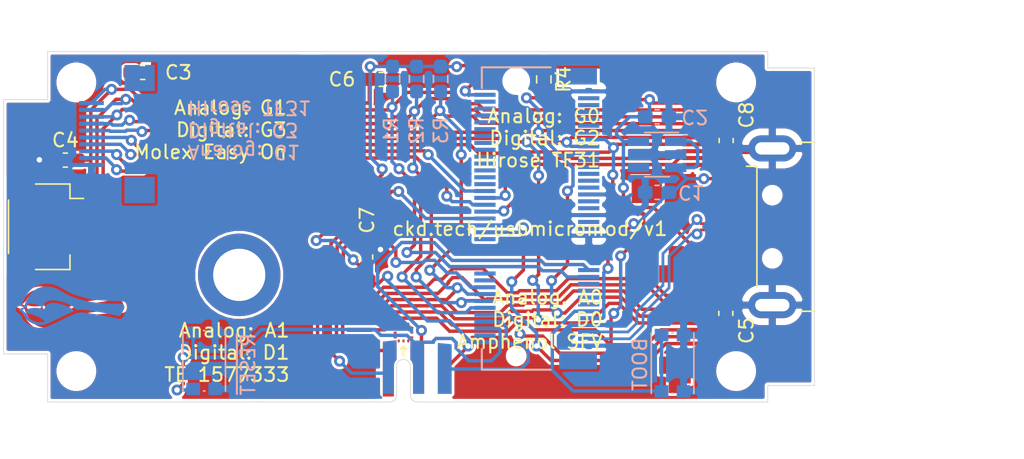
<source format=kicad_pcb>
(kicad_pcb (version 20171130) (host pcbnew 5.1.9)
  (layers (0 F.Cu signal) (31 B.Cu signal) (34 B.Paste user) (35 F.Paste user) (36 B.SilkS user) (37 F.SilkS user) (38 B.Mask user) (39 F.Mask user) (44 Edge.Cuts user))
  (net 0 "")
  (net 1 "Net-(J1-Pad4)")
  (net 2 "Net-(J1-Pad13)")
  (net 3 "Net-(J1-Pad15)")
  (net 4 "Net-(J1-Pad17)")
  (net 5 "Net-(J1-Pad19)")
  (net 6 "Net-(J1-Pad20)")
  (net 7 "Net-(J1-Pad22)")
  (net 8 "Net-(J1-Pad32)")
  (net 9 "Net-(J1-Pad35)")
  (net 10 "Net-(J1-Pad37)")
  (net 11 "Net-(J1-Pad41)")
  (net 12 "Net-(J1-Pad43)")
  (net 13 "Net-(J1-Pad47)")
  (net 14 "Net-(J1-Pad48)")
  (net 15 "Net-(J1-Pad50)")
  (net 16 "Net-(J1-Pad51)")
  (net 17 "Net-(J1-Pad52)")
  (net 18 "Net-(J1-Pad53)")
  (net 19 "Net-(J1-Pad54)")
  (net 20 "Net-(J1-Pad55)")
  (net 21 "Net-(J1-Pad56)")
  (net 22 "Net-(J1-Pad58)")
  (net 23 "Net-(J1-Pad63)")
  (net 24 "Net-(J1-Pad65)")
  (net 25 "Net-(J1-Pad66)")
  (net 26 "Net-(J1-Pad67)")
  (net 27 "Net-(J1-Pad68)")
  (net 28 "Net-(J1-Pad69)")
  (net 29 "Net-(J1-Pad71)")
  (net 30 "Net-(J1-Pad72)")
  (net 31 "Net-(J1-Pad73)")
  (net 32 GND)
  (net 33 +3V3)
  (net 34 /USB_D+)
  (net 35 /USB_D-)
  (net 36 VBUS)
  (net 37 /D0)
  (net 38 /SWCLK)
  (net 39 /SWDIO)
  (net 40 /A0)
  (net 41 /A1)
  (net 42 /SCK)
  (net 43 /MOSI)
  (net 44 /MISO)
  (net 45 /~RESET)
  (net 46 /SWO)
  (net 47 /~BOOT)
  (net 48 "Net-(J1-Pad49)")
  (net 49 /SDA)
  (net 50 /SCL)
  (net 51 /INT)
  (net 52 "Net-(U1-Pad4)")
  (net 53 /D1)
  (net 54 /A2)
  (net 55 /A3)
  (net 56 /D2)
  (net 57 /D3)
  (net 58 "Net-(J1-Pad60)")
  (net 59 "Net-(J1-Pad62)")
  (net 60 "Net-(J1-Pad64)")
  (net 61 "Net-(J1-Pad70)")
  (module chickadee:chickadee_3mm_fcu (layer B.Cu) (at 120.6 93)
    (fp_text reference G*** hide)
    (fp_text value "Chickadee 3mm" hide)
    (fp_poly (pts (xy -2.190577 1.394931) (xy -2.158906 1.394428) (xy -2.131275 1.393379) (xy -2.106176 1.39166) (xy -2.082107 1.389149) (xy -2.057561 1.385724) (xy -2.031033 1.38126) (xy -2.009069 1.377185) (xy -1.950214 1.364422) (xy -1.889117 1.348355) (xy -1.828664 1.329818) (xy -1.77174 1.309646) (xy -1.760361 1.305223) (xy -1.717183 1.28803) (xy -1.674808 1.270892) (xy -1.63285 1.25363) (xy -1.59092 1.236063) (xy -1.548631 1.218011) (xy -1.505596 1.199293) (xy -1.461427 1.179729) (xy -1.415735 1.159138) (xy -1.368134 1.137341) (xy -1.318236 1.114156) (xy -1.265653 1.089403) (xy -1.209997 1.062901) (xy -1.150882 1.034472) (xy -1.087918 1.003933) (xy -1.02072 0.971104) (xy -0.948898 0.935806) (xy -0.872065 0.897857) (xy -0.789834 0.857077) (xy -0.701817 0.813286) (xy -0.679097 0.801963) (xy -0.600817 0.763019) (xy -0.528298 0.72712) (xy -0.461051 0.694039) (xy -0.398585 0.663552) (xy -0.340411 0.635433) (xy -0.286038 0.609455) (xy -0.234976 0.585394) (xy -0.186735 0.563022) (xy -0.140825 0.542115) (xy -0.096756 0.522447) (xy -0.054038 0.503792) (xy -0.012181 0.485924) (xy 0.029306 0.468618) (xy 0.070912 0.451647) (xy 0.113128 0.434787) (xy 0.146403 0.421719) (xy 0.169926 0.412482) (xy 0.191319 0.403963) (xy 0.209688 0.396527) (xy 0.224143 0.39054) (xy 0.233791 0.386365) (xy 0.237732 0.384376) (xy 0.237199 0.380281) (xy 0.231987 0.372263) (xy 0.222739 0.361032) (xy 0.2101 0.347296) (xy 0.194712 0.331764) (xy 0.177219 0.315145) (xy 0.164178 0.303343) (xy 0.096199 0.247242) (xy 0.021764 0.193747) (xy -0.059006 0.142914) (xy -0.145989 0.0948) (xy -0.239062 0.049462) (xy -0.338103 0.006957) (xy -0.442991 -0.032658) (xy -0.553602 -0.069327) (xy -0.669815 -0.102992) (xy -0.756708 -0.125296) (xy -0.857303 -0.148538) (xy -0.952291 -0.167867) (xy -1.041919 -0.183303) (xy -1.126439 -0.194868) (xy -1.206099 -0.20258) (xy -1.281149 -0.206462) (xy -1.351837 -0.206535) (xy -1.418413 -0.202818) (xy -1.481126 -0.195332) (xy -1.518918 -0.18866) (xy -1.57955 -0.173748) (xy -1.634906 -0.154367) (xy -1.684914 -0.13059) (xy -1.729501 -0.102491) (xy -1.768596 -0.070142) (xy -1.802127 -0.033617) (xy -1.830021 0.007012) (xy -1.852205 0.051671) (xy -1.868608 0.100287) (xy -1.879158 0.152786) (xy -1.882097 0.17906) (xy -1.882915 0.190167) (xy -1.883851 0.198302) (xy -1.885889 0.204006) (xy -1.890009 0.207822) (xy -1.897194 0.21029) (xy -1.908425 0.211954) (xy -1.924685 0.213354) (xy -1.946955 0.215033) (xy -1.947333 0.215063) (xy -1.974885 0.21729) (xy -1.996056 0.219184) (xy -2.011509 0.220834) (xy -2.021906 0.222327) (xy -2.02791 0.223751) (xy -2.030183 0.225193) (xy -2.030082 0.226026) (xy -2.032027 0.227335) (xy -2.038861 0.22756) (xy -2.048532 0.226886) (xy -2.05899 0.225503) (xy -2.068183 0.223597) (xy -2.072569 0.222141) (xy -2.078077 0.220624) (xy -2.089384 0.218164) (xy -2.105331 0.214992) (xy -2.124759 0.211335) (xy -2.146511 0.207422) (xy -2.151944 0.206471) (xy -2.23343 0.192964) (xy -2.310846 0.181591) (xy -2.386734 0.172013) (xy -2.463633 0.163891) (xy -2.487083 0.161706) (xy -2.509513 0.160112) (xy -2.536719 0.158879) (xy -2.567348 0.158007) (xy -2.600049 0.157496) (xy -2.633471 0.157348) (xy -2.666262 0.157562) (xy -2.69707 0.158139) (xy -2.724545 0.15908) (xy -2.747334 0.160385) (xy -2.760486 0.161598) (xy -2.833314 0.171253) (xy -2.904171 0.18314) (xy -2.974932 0.197651) (xy -3.047473 0.215178) (xy -3.123669 0.23611) (xy -3.139143 0.240632) (xy -3.161757 0.247425) (xy -3.178423 0.252778) (xy -3.190018 0.257041) (xy -3.197422 0.260562) (xy -3.20151 0.263691) (xy -3.202943 0.266032) (xy -3.203909 0.271145) (xy -3.205491 0.282439) (xy -3.20759 0.299075) (xy -3.210105 0.320217) (xy -3.212937 0.345025) (xy -3.215987 0.372662) (xy -3.219082 0.401608) (xy -3.222679 0.435601) (xy -3.225565 0.463243) (xy -3.227688 0.485209) (xy -3.228999 0.50217) (xy -3.229447 0.514802) (xy -3.228982 0.523777) (xy -3.227553 0.52977) (xy -3.22511 0.533453) (xy -3.221603 0.535501) (xy -3.216982 0.536587) (xy -3.211195 0.537385) (xy -3.208909 0.537717) (xy -3.197663 0.539746) (xy -3.180611 0.543203) (xy -3.158807 0.547849) (xy -3.1333 0.553445) (xy -3.105142 0.559751) (xy -3.075385 0.566529) (xy -3.045079 0.573539) (xy -3.015275 0.580543) (xy -2.987025 0.5873) (xy -2.96138 0.593573) (xy -2.942167 0.598407) (xy -2.839538 0.625766) (xy -2.743547 0.653603) (xy -2.653787 0.682055) (xy -2.569847 0.711258) (xy -2.49132 0.74135) (xy -2.417797 0.772466) (xy -2.405944 0.777787) (xy -2.33527 0.81224) (xy -2.2633 0.851978) (xy -2.191754 0.895908) (xy -2.122352 0.942934) (xy -2.05681 0.991963) (xy -2.012597 1.028214) (xy -1.994935 1.043577) (xy -1.976602 1.059988) (xy -1.958316 1.076756) (xy -1.940794 1.09319) (xy -1.924751 1.108599) (xy -1.910905 1.122291) (xy -1.899973 1.133576) (xy -1.892671 1.141762) (xy -1.889717 1.146159) (xy -1.889781 1.146632) (xy -1.895886 1.149881) (xy -1.907863 1.154203) (xy -1.924653 1.159337) (xy -1.945199 1.16502) (xy -1.968444 1.170989) (xy -1.99333 1.176981) (xy -2.018801 1.182735) (xy -2.043799 1.187987) (xy -2.067268 1.192474) (xy -2.088148 1.195935) (xy -2.088444 1.195979) (xy -2.143487 1.202523) (xy -2.197821 1.205577) (xy -2.252961 1.205107) (xy -2.310419 1.201077) (xy -2.371711 1.193452) (xy -2.401539 1.188739) (xy -2.494796 1.17015) (xy -2.584229 1.146293) (xy -2.669623 1.117275) (xy -2.750766 1.083203) (xy -2.827443 1.044182) (xy -2.899442 1.000319) (xy -2.966549 0.95172) (xy -3.028551 0.898491) (xy -3.072051 0.855085) (xy -3.114426 0.806444) (xy -3.152464 0.755667) (xy -3.185507 0.70377) (xy -3.212895 0.65177) (xy -3.230344 0.610645) (xy -3.23532 0.598231) (xy -3.239944 0.588063) (xy -3.243211 0.582348) (xy -3.246468 0.579042) (xy -3.254369 0.57133) (xy -3.266439 0.559666) (xy -3.282207 0.544504) (xy -3.301199 0.526296) (xy -3.322943 0.505496) (xy -3.346966 0.482558) (xy -3.372795 0.457935) (xy -3.391958 0.439691) (xy -3.418659 0.414263) (xy -3.443792 0.390288) (xy -3.466896 0.368206) (xy -3.487514 0.34846) (xy -3.505187 0.331487) (xy -3.519455 0.31773) (xy -3.529861 0.307629) (xy -3.535945 0.301624) (xy -3.537393 0.300078) (xy -3.534428 0.298301) (xy -3.525616 0.293948) (xy -3.511564 0.287299) (xy -3.492877 0.278632) (xy -3.470164 0.268227) (xy -3.444028 0.256363) (xy -3.415077 0.243317) (xy -3.383917 0.22937) (xy -3.376532 0.226077) (xy -3.214874 0.154058) (xy -3.198019 0.093786) (xy -3.189906 0.065801) (xy -3.180059 0.033466) (xy -3.169084 -0.001347) (xy -3.157589 -0.036762) (xy -3.146183 -0.070907) (xy -3.135473 -0.101907) (xy -3.126489 -0.126757) (xy -3.121041 -0.140443) (xy -3.116521 -0.148917) (xy -3.111864 -0.153733) (xy -3.10617 -0.156392) (xy -3.098868 -0.157558) (xy -3.085547 -0.158496) (xy -3.06724 -0.159209) (xy -3.04498 -0.159697) (xy -3.019799 -0.159965) (xy -2.992731 -0.160013) (xy -2.964808 -0.159845) (xy -2.937063 -0.159461) (xy -2.910528 -0.158866) (xy -2.886237 -0.15806) (xy -2.865223 -0.157046) (xy -2.848681 -0.155841) (xy -2.685739 -0.138212) (xy -2.585861 -0.124838) (xy -2.543141 -0.1184) (xy -2.506322 -0.1121) (xy -2.474266 -0.105624) (xy -2.445833 -0.098661) (xy -2.419884 -0.090899) (xy -2.395279 -0.082025) (xy -2.370878 -0.071727) (xy -2.345543 -0.059694) (xy -2.342444 -0.058147) (xy -2.286885 -0.026813) (xy -2.232336 0.010789) (xy -2.179767 0.053872) (xy -2.130148 0.101647) (xy -2.089686 0.146958) (xy -2.071653 0.168681) (xy -2.069252 0.143431) (xy -2.062225 0.096009) (xy -2.050319 0.046832) (xy -2.034198 -0.002224) (xy -2.014523 -0.049282) (xy -1.991958 -0.092463) (xy -1.978281 -0.114289) (xy -1.94066 -0.164006) (xy -1.897859 -0.209003) (xy -1.849963 -0.249251) (xy -1.797063 -0.284723) (xy -1.739243 -0.315389) (xy -1.676594 -0.341223) (xy -1.609201 -0.362197) (xy -1.537152 -0.378282) (xy -1.460535 -0.389451) (xy -1.379438 -0.395676) (xy -1.293947 -0.396929) (xy -1.204152 -0.393182) (xy -1.125361 -0.386139) (xy -1.052218 -0.376822) (xy -0.974125 -0.364509) (xy -0.892379 -0.349481) (xy -0.808276 -0.332024) (xy -0.723113 -0.312418) (xy -0.638187 -0.290949) (xy -0.554795 -0.267899) (xy -0.478014 -0.244745) (xy -0.38054 -0.212112) (xy -0.286214 -0.17667) (xy -0.195387 -0.138629) (xy -0.108408 -0.098203) (xy -0.025628 -0.0556) (xy 0.052604 -0.011034) (xy 0.125937 0.035286) (xy 0.194021 0.083147) (xy 0.256506 0.132339) (xy 0.313041 0.18265) (xy 0.363278 0.233869) (xy 0.406865 0.285785) (xy 0.411516 0.291897) (xy 0.421132 0.304324) (xy 0.427892 0.311896) (xy 0.432929 0.315578) (xy 0.437377 0.316336) (xy 0.439726 0.315921) (xy 0.459163 0.311612) (xy 0.48424 0.30693) (xy 0.513568 0.302078) (xy 0.545757 0.297263) (xy 0.579415 0.292687) (xy 0.613152 0.288557) (xy 0.645578 0.285077) (xy 0.656167 0.284068) (xy 0.687905 0.281538) (xy 0.719888 0.279816) (xy 0.752791 0.278933) (xy 0.78729 0.27892) (xy 0.82406 0.279806) (xy 0.863775 0.281623) (xy 0.907113 0.284401) (xy 0.954746 0.288171) (xy 1.007352 0.292963) (xy 1.065605 0.298808) (xy 1.127125 0.3054) (xy 1.216165 0.315763) (xy 1.311639 0.327982) (xy 1.413193 0.341993) (xy 1.520469 0.357731) (xy 1.633115 0.375132) (xy 1.750774 0.394133) (xy 1.873091 0.414668) (xy 1.999712 0.436674) (xy 2.13028 0.460086) (xy 2.264441 0.48484) (xy 2.40184 0.510872) (xy 2.542121 0.538118) (xy 2.68493 0.566514) (xy 2.829911 0.595994) (xy 2.976709 0.626495) (xy 3.124969 0.657954) (xy 3.274335 0.690304) (xy 3.361972 0.709592) (xy 3.406466 0.719446) (xy 3.444684 0.727733) (xy 3.477258 0.73432) (xy 3.504823 0.739072) (xy 3.528011 0.741854) (xy 3.547455 0.742532) (xy 3.563788 0.740972) (xy 3.577642 0.737038) (xy 3.589652 0.730596) (xy 3.600449 0.721512) (xy 3.610667 0.709652) (xy 3.620938 0.69488) (xy 3.631896 0.677062) (xy 3.644174 0.656064) (xy 3.648453 0.648705) (xy 3.685722 0.582928) (xy 3.720654 0.517678) (xy 3.752855 0.453786) (xy 3.781929 0.392085) (xy 3.807481 0.333406) (xy 3.829117 0.278581) (xy 3.842982 0.239141) (xy 3.858442 0.186728) (xy 3.869158 0.137816) (xy 3.875158 0.092633) (xy 3.876469 0.051406) (xy 3.873119 0.014365) (xy 3.865134 -0.018262) (xy 3.852543 -0.046247) (xy 3.835372 -0.069362) (xy 3.813649 -0.087378) (xy 3.803124 -0.093395) (xy 3.792991 -0.098154) (xy 3.781941 -0.102524) (xy 3.769615 -0.106533) (xy 3.755657 -0.110209) (xy 3.739709 -0.113581) (xy 3.721413 -0.116677) (xy 3.700414 -0.119524) (xy 3.676352 -0.122152) (xy 3.648872 -0.124587) (xy 3.617615 -0.126859) (xy 3.582225 -0.128995) (xy 3.542343 -0.131023) (xy 3.497613 -0.132973) (xy 3.447677 -0.134871) (xy 3.392178 -0.136746) (xy 3.330759 -0.138626) (xy 3.263062 -0.14054) (xy 3.188731 -0.142515) (xy 3.175 -0.142869) (xy 3.052923 -0.146207) (xy 2.937344 -0.149786) (xy 2.827707 -0.153639) (xy 2.723456 -0.157794) (xy 2.624037 -0.162284) (xy 2.528895 -0.167138) (xy 2.437474 -0.172388) (xy 2.349219 -0.178064) (xy 2.263574 -0.184196) (xy 2.179985 -0.190816) (xy 2.097897 -0.197954) (xy 2.016754 -0.20564) (xy 1.989667 -0.208345) (xy 1.860967 -0.222177) (xy 1.736502 -0.237273) (xy 1.615523 -0.253805) (xy 1.497281 -0.271941) (xy 1.381028 -0.291851) (xy 1.266016 -0.313705) (xy 1.151496 -0.337671) (xy 1.036721 -0.36392) (xy 0.920941 -0.39262) (xy 0.803408 -0.423942) (xy 0.683373 -0.458054) (xy 0.56009 -0.495127) (xy 0.432808 -0.535329) (xy 0.30078 -0.57883) (xy 0.195792 -0.614551) (xy 0.145932 -0.632059) (xy 0.0984 -0.649485) (xy 0.052527 -0.66715) (xy 0.007643 -0.685374) (xy -0.03692 -0.704476) (xy -0.081833 -0.724779) (xy -0.127765 -0.746601) (xy -0.175385 -0.770263) (xy -0.225363 -0.796085) (xy -0.278367 -0.824388) (xy -0.335068 -0.855492) (xy -0.396135 -0.889717) (xy -0.462237 -0.927384) (xy -0.483306 -0.939493) (xy -0.541927 -0.973223) (xy -0.594898 -1.003651) (xy -0.642666 -1.031025) (xy -0.685679 -1.055591) (xy -0.724384 -1.077596) (xy -0.759229 -1.097287) (xy -0.790662 -1.11491) (xy -0.81913 -1.130714) (xy -0.845081 -1.144944) (xy -0.868963 -1.157848) (xy -0.891223 -1.169672) (xy -0.912308 -1.180664) (xy -0.932668 -1.19107) (xy -0.952748 -1.201138) (xy -0.972997 -1.211113) (xy -0.993862 -1.221244) (xy -0.995694 -1.222128) (xy -1.063133 -1.253565) (xy -1.12675 -1.280819) (xy -1.187918 -1.304282) (xy -1.248008 -1.324345) (xy -1.308391 -1.341402) (xy -1.37044 -1.355844) (xy -1.435526 -1.368064) (xy -1.505022 -1.378454) (xy -1.569861 -1.386279) (xy -1.610848 -1.390039) (xy -1.656794 -1.392999) (xy -1.705642 -1.395105) (xy -1.755337 -1.396301) (xy -1.803821 -1.396532) (xy -1.849038 -1.395744) (xy -1.878542 -1.394508) (xy -1.958088 -1.387865) (xy -2.038544 -1.376743) (xy -2.118722 -1.361443) (xy -2.197433 -1.342263) (xy -2.273489 -1.319501) (xy -2.345702 -1.293456) (xy -2.412884 -1.264427) (xy -2.430992 -1.255625) (xy -2.511972 -1.211372) (xy -2.591194 -1.160408) (xy -2.668518 -1.102893) (xy -2.743805 -1.038983) (xy -2.816914 -0.968836) (xy -2.887705 -0.89261) (xy -2.95604 -0.810463) (xy -3.021777 -0.722552) (xy -3.084778 -0.629036) (xy -3.144903 -0.53007) (xy -3.202011 -0.425814) (xy -3.247103 -0.335201) (xy -3.265441 -0.295287) (xy -3.283063 -0.253922) (xy -3.300474 -0.209814) (xy -3.318181 -0.161672) (xy -3.33669 -0.108204) (xy -3.341035 -0.09525) (xy -3.348704 -0.071804) (xy -3.356807 -0.046214) (xy -3.364992 -0.019673) (xy -3.372907 0.006627) (xy -3.380199 0.031492) (xy -3.386515 0.053731) (xy -3.391504 0.072152) (xy -3.394813 0.08556) (xy -3.395622 0.089442) (xy -3.397791 0.101004) (xy -3.602405 0.183572) (xy -3.638385 0.198117) (xy -3.672393 0.211915) (xy -3.703868 0.224734) (xy -3.732252 0.236346) (xy -3.756986 0.24652) (xy -3.77751 0.255026) (xy -3.793266 0.261633) (xy -3.803693 0.266111) (xy -3.808232 0.268231) (xy -3.808381 0.268344) (xy -3.80604 0.270994) (xy -3.798838 0.27795) (xy -3.787188 0.288837) (xy -3.771505 0.303276) (xy -3.752203 0.320892) (xy -3.729696 0.341306) (xy -3.704399 0.364141) (xy -3.676726 0.389021) (xy -3.647091 0.415568) (xy -3.621714 0.438231) (xy -3.585698 0.47036) (xy -3.554584 0.498154) (xy -3.528002 0.521967) (xy -3.505585 0.542152) (xy -3.486962 0.559065) (xy -3.471765 0.573058) (xy -3.459624 0.584487) (xy -3.45017 0.593706) (xy -3.443035 0.601069) (xy -3.437848 0.606929) (xy -3.434241 0.611642) (xy -3.431844 0.615561) (xy -3.430288 0.619041) (xy -3.429205 0.622435) (xy -3.429021 0.623103) (xy -3.422612 0.643652) (xy -3.41351 0.668602) (xy -3.40244 0.696184) (xy -3.390126 0.724625) (xy -3.377295 0.752157) (xy -3.3707 0.765446) (xy -3.338251 0.823655) (xy -3.301023 0.87978) (xy -3.258334 0.934751) (xy -3.209501 0.989498) (xy -3.196358 1.003151) (xy -3.140849 1.05669) (xy -3.083569 1.105173) (xy -3.023315 1.149469) (xy -2.958883 1.190443) (xy -2.889069 1.228963) (xy -2.868083 1.23958) (xy -2.800029 1.271452) (xy -2.732015 1.299287) (xy -2.662813 1.323459) (xy -2.591193 1.344341) (xy -2.515928 1.362308) (xy -2.435788 1.377732) (xy -2.38932 1.385248) (xy -2.369484 1.388168) (xy -2.352156 1.390434) (xy -2.335939 1.39213) (xy -2.319438 1.393341) (xy -2.301258 1.394152) (xy -2.280002 1.394645) (xy -2.254276 1.394906) (xy -2.227792 1.395009) (xy -2.190577 1.394931)) (layer B.Cu) (width 0.01))
  )
  (module chickadee:chickadee_3mm_fcu (layer F.Cu) (at 120.6 93.2)
    (fp_text reference G*** hide)
    (fp_text value "Chickadee 3mm" hide)
    (fp_poly (pts (xy -2.190577 -1.394931) (xy -2.158906 -1.394428) (xy -2.131275 -1.393379) (xy -2.106176 -1.39166) (xy -2.082107 -1.389149) (xy -2.057561 -1.385724) (xy -2.031033 -1.38126) (xy -2.009069 -1.377185) (xy -1.950214 -1.364422) (xy -1.889117 -1.348355) (xy -1.828664 -1.329818) (xy -1.77174 -1.309646) (xy -1.760361 -1.305223) (xy -1.717183 -1.28803) (xy -1.674808 -1.270892) (xy -1.63285 -1.25363) (xy -1.59092 -1.236063) (xy -1.548631 -1.218011) (xy -1.505596 -1.199293) (xy -1.461427 -1.179729) (xy -1.415735 -1.159138) (xy -1.368134 -1.137341) (xy -1.318236 -1.114156) (xy -1.265653 -1.089403) (xy -1.209997 -1.062901) (xy -1.150882 -1.034472) (xy -1.087918 -1.003933) (xy -1.02072 -0.971104) (xy -0.948898 -0.935806) (xy -0.872065 -0.897857) (xy -0.789834 -0.857077) (xy -0.701817 -0.813286) (xy -0.679097 -0.801963) (xy -0.600817 -0.763019) (xy -0.528298 -0.72712) (xy -0.461051 -0.694039) (xy -0.398585 -0.663552) (xy -0.340411 -0.635433) (xy -0.286038 -0.609455) (xy -0.234976 -0.585394) (xy -0.186735 -0.563022) (xy -0.140825 -0.542115) (xy -0.096756 -0.522447) (xy -0.054038 -0.503792) (xy -0.012181 -0.485924) (xy 0.029306 -0.468618) (xy 0.070912 -0.451647) (xy 0.113128 -0.434787) (xy 0.146403 -0.421719) (xy 0.169926 -0.412482) (xy 0.191319 -0.403963) (xy 0.209688 -0.396527) (xy 0.224143 -0.39054) (xy 0.233791 -0.386365) (xy 0.237732 -0.384376) (xy 0.237199 -0.380281) (xy 0.231987 -0.372263) (xy 0.222739 -0.361032) (xy 0.2101 -0.347296) (xy 0.194712 -0.331764) (xy 0.177219 -0.315145) (xy 0.164178 -0.303343) (xy 0.096199 -0.247242) (xy 0.021764 -0.193747) (xy -0.059006 -0.142914) (xy -0.145989 -0.0948) (xy -0.239062 -0.049462) (xy -0.338103 -0.006957) (xy -0.442991 0.032658) (xy -0.553602 0.069327) (xy -0.669815 0.102992) (xy -0.756708 0.125296) (xy -0.857303 0.148538) (xy -0.952291 0.167867) (xy -1.041919 0.183303) (xy -1.126439 0.194868) (xy -1.206099 0.20258) (xy -1.281149 0.206462) (xy -1.351837 0.206535) (xy -1.418413 0.202818) (xy -1.481126 0.195332) (xy -1.518918 0.18866) (xy -1.57955 0.173748) (xy -1.634906 0.154367) (xy -1.684914 0.13059) (xy -1.729501 0.102491) (xy -1.768596 0.070142) (xy -1.802127 0.033617) (xy -1.830021 -0.007012) (xy -1.852205 -0.051671) (xy -1.868608 -0.100287) (xy -1.879158 -0.152786) (xy -1.882097 -0.17906) (xy -1.882915 -0.190167) (xy -1.883851 -0.198302) (xy -1.885889 -0.204006) (xy -1.890009 -0.207822) (xy -1.897194 -0.21029) (xy -1.908425 -0.211954) (xy -1.924685 -0.213354) (xy -1.946955 -0.215033) (xy -1.947333 -0.215063) (xy -1.974885 -0.21729) (xy -1.996056 -0.219184) (xy -2.011509 -0.220834) (xy -2.021906 -0.222327) (xy -2.02791 -0.223751) (xy -2.030183 -0.225193) (xy -2.030082 -0.226026) (xy -2.032027 -0.227335) (xy -2.038861 -0.22756) (xy -2.048532 -0.226886) (xy -2.05899 -0.225503) (xy -2.068183 -0.223597) (xy -2.072569 -0.222141) (xy -2.078077 -0.220624) (xy -2.089384 -0.218164) (xy -2.105331 -0.214992) (xy -2.124759 -0.211335) (xy -2.146511 -0.207422) (xy -2.151944 -0.206471) (xy -2.23343 -0.192964) (xy -2.310846 -0.181591) (xy -2.386734 -0.172013) (xy -2.463633 -0.163891) (xy -2.487083 -0.161706) (xy -2.509513 -0.160112) (xy -2.536719 -0.158879) (xy -2.567348 -0.158007) (xy -2.600049 -0.157496) (xy -2.633471 -0.157348) (xy -2.666262 -0.157562) (xy -2.69707 -0.158139) (xy -2.724545 -0.15908) (xy -2.747334 -0.160385) (xy -2.760486 -0.161598) (xy -2.833314 -0.171253) (xy -2.904171 -0.18314) (xy -2.974932 -0.197651) (xy -3.047473 -0.215178) (xy -3.123669 -0.23611) (xy -3.139143 -0.240632) (xy -3.161757 -0.247425) (xy -3.178423 -0.252778) (xy -3.190018 -0.257041) (xy -3.197422 -0.260562) (xy -3.20151 -0.263691) (xy -3.202943 -0.266032) (xy -3.203909 -0.271145) (xy -3.205491 -0.282439) (xy -3.20759 -0.299075) (xy -3.210105 -0.320217) (xy -3.212937 -0.345025) (xy -3.215987 -0.372662) (xy -3.219082 -0.401608) (xy -3.222679 -0.435601) (xy -3.225565 -0.463243) (xy -3.227688 -0.485209) (xy -3.228999 -0.50217) (xy -3.229447 -0.514802) (xy -3.228982 -0.523777) (xy -3.227553 -0.52977) (xy -3.22511 -0.533453) (xy -3.221603 -0.535501) (xy -3.216982 -0.536587) (xy -3.211195 -0.537385) (xy -3.208909 -0.537717) (xy -3.197663 -0.539746) (xy -3.180611 -0.543203) (xy -3.158807 -0.547849) (xy -3.1333 -0.553445) (xy -3.105142 -0.559751) (xy -3.075385 -0.566529) (xy -3.045079 -0.573539) (xy -3.015275 -0.580543) (xy -2.987025 -0.5873) (xy -2.96138 -0.593573) (xy -2.942167 -0.598407) (xy -2.839538 -0.625766) (xy -2.743547 -0.653603) (xy -2.653787 -0.682055) (xy -2.569847 -0.711258) (xy -2.49132 -0.74135) (xy -2.417797 -0.772466) (xy -2.405944 -0.777787) (xy -2.33527 -0.81224) (xy -2.2633 -0.851978) (xy -2.191754 -0.895908) (xy -2.122352 -0.942934) (xy -2.05681 -0.991963) (xy -2.012597 -1.028214) (xy -1.994935 -1.043577) (xy -1.976602 -1.059988) (xy -1.958316 -1.076756) (xy -1.940794 -1.09319) (xy -1.924751 -1.108599) (xy -1.910905 -1.122291) (xy -1.899973 -1.133576) (xy -1.892671 -1.141762) (xy -1.889717 -1.146159) (xy -1.889781 -1.146632) (xy -1.895886 -1.149881) (xy -1.907863 -1.154203) (xy -1.924653 -1.159337) (xy -1.945199 -1.16502) (xy -1.968444 -1.170989) (xy -1.99333 -1.176981) (xy -2.018801 -1.182735) (xy -2.043799 -1.187987) (xy -2.067268 -1.192474) (xy -2.088148 -1.195935) (xy -2.088444 -1.195979) (xy -2.143487 -1.202523) (xy -2.197821 -1.205577) (xy -2.252961 -1.205107) (xy -2.310419 -1.201077) (xy -2.371711 -1.193452) (xy -2.401539 -1.188739) (xy -2.494796 -1.17015) (xy -2.584229 -1.146293) (xy -2.669623 -1.117275) (xy -2.750766 -1.083203) (xy -2.827443 -1.044182) (xy -2.899442 -1.000319) (xy -2.966549 -0.95172) (xy -3.028551 -0.898491) (xy -3.072051 -0.855085) (xy -3.114426 -0.806444) (xy -3.152464 -0.755667) (xy -3.185507 -0.70377) (xy -3.212895 -0.65177) (xy -3.230344 -0.610645) (xy -3.23532 -0.598231) (xy -3.239944 -0.588063) (xy -3.243211 -0.582348) (xy -3.246468 -0.579042) (xy -3.254369 -0.57133) (xy -3.266439 -0.559666) (xy -3.282207 -0.544504) (xy -3.301199 -0.526296) (xy -3.322943 -0.505496) (xy -3.346966 -0.482558) (xy -3.372795 -0.457935) (xy -3.391958 -0.439691) (xy -3.418659 -0.414263) (xy -3.443792 -0.390288) (xy -3.466896 -0.368206) (xy -3.487514 -0.34846) (xy -3.505187 -0.331487) (xy -3.519455 -0.31773) (xy -3.529861 -0.307629) (xy -3.535945 -0.301624) (xy -3.537393 -0.300078) (xy -3.534428 -0.298301) (xy -3.525616 -0.293948) (xy -3.511564 -0.287299) (xy -3.492877 -0.278632) (xy -3.470164 -0.268227) (xy -3.444028 -0.256363) (xy -3.415077 -0.243317) (xy -3.383917 -0.22937) (xy -3.376532 -0.226077) (xy -3.214874 -0.154058) (xy -3.198019 -0.093786) (xy -3.189906 -0.065801) (xy -3.180059 -0.033466) (xy -3.169084 0.001347) (xy -3.157589 0.036762) (xy -3.146183 0.070907) (xy -3.135473 0.101907) (xy -3.126489 0.126757) (xy -3.121041 0.140443) (xy -3.116521 0.148917) (xy -3.111864 0.153733) (xy -3.10617 0.156392) (xy -3.098868 0.157558) (xy -3.085547 0.158496) (xy -3.06724 0.159209) (xy -3.04498 0.159697) (xy -3.019799 0.159965) (xy -2.992731 0.160013) (xy -2.964808 0.159845) (xy -2.937063 0.159461) (xy -2.910528 0.158866) (xy -2.886237 0.15806) (xy -2.865223 0.157046) (xy -2.848681 0.155841) (xy -2.685739 0.138212) (xy -2.585861 0.124838) (xy -2.543141 0.1184) (xy -2.506322 0.1121) (xy -2.474266 0.105624) (xy -2.445833 0.098661) (xy -2.419884 0.090899) (xy -2.395279 0.082025) (xy -2.370878 0.071727) (xy -2.345543 0.059694) (xy -2.342444 0.058147) (xy -2.286885 0.026813) (xy -2.232336 -0.010789) (xy -2.179767 -0.053872) (xy -2.130148 -0.101647) (xy -2.089686 -0.146958) (xy -2.071653 -0.168681) (xy -2.069252 -0.143431) (xy -2.062225 -0.096009) (xy -2.050319 -0.046832) (xy -2.034198 0.002224) (xy -2.014523 0.049282) (xy -1.991958 0.092463) (xy -1.978281 0.114289) (xy -1.94066 0.164006) (xy -1.897859 0.209003) (xy -1.849963 0.249251) (xy -1.797063 0.284723) (xy -1.739243 0.315389) (xy -1.676594 0.341223) (xy -1.609201 0.362197) (xy -1.537152 0.378282) (xy -1.460535 0.389451) (xy -1.379438 0.395676) (xy -1.293947 0.396929) (xy -1.204152 0.393182) (xy -1.125361 0.386139) (xy -1.052218 0.376822) (xy -0.974125 0.364509) (xy -0.892379 0.349481) (xy -0.808276 0.332024) (xy -0.723113 0.312418) (xy -0.638187 0.290949) (xy -0.554795 0.267899) (xy -0.478014 0.244745) (xy -0.38054 0.212112) (xy -0.286214 0.17667) (xy -0.195387 0.138629) (xy -0.108408 0.098203) (xy -0.025628 0.0556) (xy 0.052604 0.011034) (xy 0.125937 -0.035286) (xy 0.194021 -0.083147) (xy 0.256506 -0.132339) (xy 0.313041 -0.18265) (xy 0.363278 -0.233869) (xy 0.406865 -0.285785) (xy 0.411516 -0.291897) (xy 0.421132 -0.304324) (xy 0.427892 -0.311896) (xy 0.432929 -0.315578) (xy 0.437377 -0.316336) (xy 0.439726 -0.315921) (xy 0.459163 -0.311612) (xy 0.48424 -0.30693) (xy 0.513568 -0.302078) (xy 0.545757 -0.297263) (xy 0.579415 -0.292687) (xy 0.613152 -0.288557) (xy 0.645578 -0.285077) (xy 0.656167 -0.284068) (xy 0.687905 -0.281538) (xy 0.719888 -0.279816) (xy 0.752791 -0.278933) (xy 0.78729 -0.27892) (xy 0.82406 -0.279806) (xy 0.863775 -0.281623) (xy 0.907113 -0.284401) (xy 0.954746 -0.288171) (xy 1.007352 -0.292963) (xy 1.065605 -0.298808) (xy 1.127125 -0.3054) (xy 1.216165 -0.315763) (xy 1.311639 -0.327982) (xy 1.413193 -0.341993) (xy 1.520469 -0.357731) (xy 1.633115 -0.375132) (xy 1.750774 -0.394133) (xy 1.873091 -0.414668) (xy 1.999712 -0.436674) (xy 2.13028 -0.460086) (xy 2.264441 -0.48484) (xy 2.40184 -0.510872) (xy 2.542121 -0.538118) (xy 2.68493 -0.566514) (xy 2.829911 -0.595994) (xy 2.976709 -0.626495) (xy 3.124969 -0.657954) (xy 3.274335 -0.690304) (xy 3.361972 -0.709592) (xy 3.406466 -0.719446) (xy 3.444684 -0.727733) (xy 3.477258 -0.73432) (xy 3.504823 -0.739072) (xy 3.528011 -0.741854) (xy 3.547455 -0.742532) (xy 3.563788 -0.740972) (xy 3.577642 -0.737038) (xy 3.589652 -0.730596) (xy 3.600449 -0.721512) (xy 3.610667 -0.709652) (xy 3.620938 -0.69488) (xy 3.631896 -0.677062) (xy 3.644174 -0.656064) (xy 3.648453 -0.648705) (xy 3.685722 -0.582928) (xy 3.720654 -0.517678) (xy 3.752855 -0.453786) (xy 3.781929 -0.392085) (xy 3.807481 -0.333406) (xy 3.829117 -0.278581) (xy 3.842982 -0.239141) (xy 3.858442 -0.186728) (xy 3.869158 -0.137816) (xy 3.875158 -0.092633) (xy 3.876469 -0.051406) (xy 3.873119 -0.014365) (xy 3.865134 0.018262) (xy 3.852543 0.046247) (xy 3.835372 0.069362) (xy 3.813649 0.087378) (xy 3.803124 0.093395) (xy 3.792991 0.098154) (xy 3.781941 0.102524) (xy 3.769615 0.106533) (xy 3.755657 0.110209) (xy 3.739709 0.113581) (xy 3.721413 0.116677) (xy 3.700414 0.119524) (xy 3.676352 0.122152) (xy 3.648872 0.124587) (xy 3.617615 0.126859) (xy 3.582225 0.128995) (xy 3.542343 0.131023) (xy 3.497613 0.132973) (xy 3.447677 0.134871) (xy 3.392178 0.136746) (xy 3.330759 0.138626) (xy 3.263062 0.14054) (xy 3.188731 0.142515) (xy 3.175 0.142869) (xy 3.052923 0.146207) (xy 2.937344 0.149786) (xy 2.827707 0.153639) (xy 2.723456 0.157794) (xy 2.624037 0.162284) (xy 2.528895 0.167138) (xy 2.437474 0.172388) (xy 2.349219 0.178064) (xy 2.263574 0.184196) (xy 2.179985 0.190816) (xy 2.097897 0.197954) (xy 2.016754 0.20564) (xy 1.989667 0.208345) (xy 1.860967 0.222177) (xy 1.736502 0.237273) (xy 1.615523 0.253805) (xy 1.497281 0.271941) (xy 1.381028 0.291851) (xy 1.266016 0.313705) (xy 1.151496 0.337671) (xy 1.036721 0.36392) (xy 0.920941 0.39262) (xy 0.803408 0.423942) (xy 0.683373 0.458054) (xy 0.56009 0.495127) (xy 0.432808 0.535329) (xy 0.30078 0.57883) (xy 0.195792 0.614551) (xy 0.145932 0.632059) (xy 0.0984 0.649485) (xy 0.052527 0.66715) (xy 0.007643 0.685374) (xy -0.03692 0.704476) (xy -0.081833 0.724779) (xy -0.127765 0.746601) (xy -0.175385 0.770263) (xy -0.225363 0.796085) (xy -0.278367 0.824388) (xy -0.335068 0.855492) (xy -0.396135 0.889717) (xy -0.462237 0.927384) (xy -0.483306 0.939493) (xy -0.541927 0.973223) (xy -0.594898 1.003651) (xy -0.642666 1.031025) (xy -0.685679 1.055591) (xy -0.724384 1.077596) (xy -0.759229 1.097287) (xy -0.790662 1.11491) (xy -0.81913 1.130714) (xy -0.845081 1.144944) (xy -0.868963 1.157848) (xy -0.891223 1.169672) (xy -0.912308 1.180664) (xy -0.932668 1.19107) (xy -0.952748 1.201138) (xy -0.972997 1.211113) (xy -0.993862 1.221244) (xy -0.995694 1.222128) (xy -1.063133 1.253565) (xy -1.12675 1.280819) (xy -1.187918 1.304282) (xy -1.248008 1.324345) (xy -1.308391 1.341402) (xy -1.37044 1.355844) (xy -1.435526 1.368064) (xy -1.505022 1.378454) (xy -1.569861 1.386279) (xy -1.610848 1.390039) (xy -1.656794 1.392999) (xy -1.705642 1.395105) (xy -1.755337 1.396301) (xy -1.803821 1.396532) (xy -1.849038 1.395744) (xy -1.878542 1.394508) (xy -1.958088 1.387865) (xy -2.038544 1.376743) (xy -2.118722 1.361443) (xy -2.197433 1.342263) (xy -2.273489 1.319501) (xy -2.345702 1.293456) (xy -2.412884 1.264427) (xy -2.430992 1.255625) (xy -2.511972 1.211372) (xy -2.591194 1.160408) (xy -2.668518 1.102893) (xy -2.743805 1.038983) (xy -2.816914 0.968836) (xy -2.887705 0.89261) (xy -2.95604 0.810463) (xy -3.021777 0.722552) (xy -3.084778 0.629036) (xy -3.144903 0.53007) (xy -3.202011 0.425814) (xy -3.247103 0.335201) (xy -3.265441 0.295287) (xy -3.283063 0.253922) (xy -3.300474 0.209814) (xy -3.318181 0.161672) (xy -3.33669 0.108204) (xy -3.341035 0.09525) (xy -3.348704 0.071804) (xy -3.356807 0.046214) (xy -3.364992 0.019673) (xy -3.372907 -0.006627) (xy -3.380199 -0.031492) (xy -3.386515 -0.053731) (xy -3.391504 -0.072152) (xy -3.394813 -0.08556) (xy -3.395622 -0.089442) (xy -3.397791 -0.101004) (xy -3.602405 -0.183572) (xy -3.638385 -0.198117) (xy -3.672393 -0.211915) (xy -3.703868 -0.224734) (xy -3.732252 -0.236346) (xy -3.756986 -0.24652) (xy -3.77751 -0.255026) (xy -3.793266 -0.261633) (xy -3.803693 -0.266111) (xy -3.808232 -0.268231) (xy -3.808381 -0.268344) (xy -3.80604 -0.270994) (xy -3.798838 -0.27795) (xy -3.787188 -0.288837) (xy -3.771505 -0.303276) (xy -3.752203 -0.320892) (xy -3.729696 -0.341306) (xy -3.704399 -0.364141) (xy -3.676726 -0.389021) (xy -3.647091 -0.415568) (xy -3.621714 -0.438231) (xy -3.585698 -0.47036) (xy -3.554584 -0.498154) (xy -3.528002 -0.521967) (xy -3.505585 -0.542152) (xy -3.486962 -0.559065) (xy -3.471765 -0.573058) (xy -3.459624 -0.584487) (xy -3.45017 -0.593706) (xy -3.443035 -0.601069) (xy -3.437848 -0.606929) (xy -3.434241 -0.611642) (xy -3.431844 -0.615561) (xy -3.430288 -0.619041) (xy -3.429205 -0.622435) (xy -3.429021 -0.623103) (xy -3.422612 -0.643652) (xy -3.41351 -0.668602) (xy -3.40244 -0.696184) (xy -3.390126 -0.724625) (xy -3.377295 -0.752157) (xy -3.3707 -0.765446) (xy -3.338251 -0.823655) (xy -3.301023 -0.87978) (xy -3.258334 -0.934751) (xy -3.209501 -0.989498) (xy -3.196358 -1.003151) (xy -3.140849 -1.05669) (xy -3.083569 -1.105173) (xy -3.023315 -1.149469) (xy -2.958883 -1.190443) (xy -2.889069 -1.228963) (xy -2.868083 -1.23958) (xy -2.800029 -1.271452) (xy -2.732015 -1.299287) (xy -2.662813 -1.323459) (xy -2.591193 -1.344341) (xy -2.515928 -1.362308) (xy -2.435788 -1.377732) (xy -2.38932 -1.385248) (xy -2.369484 -1.388168) (xy -2.352156 -1.390434) (xy -2.335939 -1.39213) (xy -2.319438 -1.393341) (xy -2.301258 -1.394152) (xy -2.280002 -1.394645) (xy -2.254276 -1.394906) (xy -2.227792 -1.395009) (xy -2.190577 -1.394931)) (layer F.Cu) (width 0.01))
  )
  (module Connector_JST:JST_SH_SM04B-SRSS-TB_1x04-1MP_P1.00mm_Horizontal (layer F.Cu) (at 118.75 87.25 270)
    (fp_text reference J9 hide)
    (fp_text value Conn_01x04_Male)
    (pad MP smd roundrect (at 2.8 1.875 270) (size 1.2 1.8) (layers F.Cu F.Paste F.Mask) (roundrect_rratio 0.208333))
    (pad MP smd roundrect (at -2.8 1.875 270) (size 1.2 1.8) (layers F.Cu F.Paste F.Mask) (roundrect_rratio 0.208333))
    (pad 4 smd roundrect (at 1.5 -2 270) (size 0.6 1.55) (layers F.Cu F.Paste F.Mask) (net 50 /SCL))
    (pad 3 smd roundrect (at 0.5 -2 270) (size 0.6 1.55) (layers F.Cu F.Paste F.Mask) (net 49 /SDA))
    (pad 2 smd roundrect (at -0.5 -2 270) (size 0.6 1.55) (layers F.Cu F.Paste F.Mask) (net 33 +3V3))
    (pad 1 smd roundrect (at -1.5 -2 270) (size 0.6 1.55) (layers F.Cu F.Paste F.Mask) (net 32 GND))
  )
  (module Capacitor_SMD:C_0603_1608Metric_Pad1.08x0.95mm_HandSolder (layer F.Cu) (at 168.275 80.975 270)
    (fp_text reference C8 (at -1.85 -1.475 90) (layer F.SilkS))
    (fp_text value 1uF)
    (pad 2 smd roundrect (at 0.8625 0 270) (size 1.075 0.95) (layers F.Cu F.Paste F.Mask) (net 32 GND))
    (pad 1 smd roundrect (at -0.8625 0 270) (size 1.075 0.95) (layers F.Cu F.Paste F.Mask) (net 33 +3V3))
  )
  (module Capacitor_SMD:C_0603_1608Metric_Pad1.08x0.95mm_HandSolder (layer F.Cu) (at 142.05 89.45 90)
    (fp_text reference C7 (at 2.675 0.1 90) (layer F.SilkS))
    (fp_text value 1uF)
    (pad 2 smd roundrect (at 0.8625 0 90) (size 1.075 0.95) (layers F.Cu F.Paste F.Mask) (net 32 GND))
    (pad 1 smd roundrect (at -0.8625 0 90) (size 1.075 0.95) (layers F.Cu F.Paste F.Mask) (net 33 +3V3))
  )
  (module Capacitor_SMD:C_0603_1608Metric_Pad1.08x0.95mm_HandSolder (layer F.Cu) (at 143.175 76.525)
    (fp_text reference C6 (at -2.85 0) (layer F.SilkS))
    (fp_text value 1uF)
    (pad 2 smd roundrect (at 0.8625 0) (size 1.075 0.95) (layers F.Cu F.Paste F.Mask) (net 32 GND))
    (pad 1 smd roundrect (at -0.8625 0) (size 1.075 0.95) (layers F.Cu F.Paste F.Mask) (net 33 +3V3))
  )
  (module Capacitor_SMD:C_0603_1608Metric_Pad1.08x0.95mm_HandSolder (layer F.Cu) (at 168.25 93.55 270)
    (fp_text reference C5 (at 1.25 -1.5 90) (layer F.SilkS))
    (fp_text value 1uF)
    (pad 2 smd roundrect (at 0.8625 0 270) (size 1.075 0.95) (layers F.Cu F.Paste F.Mask) (net 32 GND))
    (pad 1 smd roundrect (at -0.8625 0 270) (size 1.075 0.95) (layers F.Cu F.Paste F.Mask) (net 33 +3V3))
  )
  (module Capacitor_SMD:C_0603_1608Metric_Pad1.08x0.95mm_HandSolder (layer F.Cu) (at 120.2 82.4 180)
    (fp_text reference C4 (at 0 1.45) (layer F.SilkS))
    (fp_text value 1uF)
    (pad 2 smd roundrect (at 0.8625 0 180) (size 1.075 0.95) (layers F.Cu F.Paste F.Mask) (net 32 GND))
    (pad 1 smd roundrect (at -0.8625 0 180) (size 1.075 0.95) (layers F.Cu F.Paste F.Mask) (net 33 +3V3))
  )
  (module Capacitor_SMD:C_0603_1608Metric_Pad1.08x0.95mm_HandSolder (layer F.Cu) (at 125.825 76.025)
    (fp_text reference C3 (at 2.6 0) (layer F.SilkS))
    (fp_text value 1uF)
    (pad 2 smd roundrect (at 0.8625 0) (size 1.075 0.95) (layers F.Cu F.Paste F.Mask) (net 32 GND))
    (pad 1 smd roundrect (at -0.8625 0) (size 1.075 0.95) (layers F.Cu F.Paste F.Mask) (net 33 +3V3))
  )
  (module Resistor_SMD:R_0603_1608Metric_Pad0.98x0.95mm_HandSolder (layer F.Cu) (at 155.01 76.53 270)
    (fp_text reference R4 (at 0 -1.43 270) (layer F.SilkS))
    (fp_text value 100k)
    (pad 2 smd roundrect (at 0.9125 0 270) (size 0.975 0.95) (layers F.Cu F.Paste F.Mask) (net 42 /SCK))
    (pad 1 smd roundrect (at -0.9125 0 270) (size 0.975 0.95) (layers F.Cu F.Paste F.Mask) (net 33 +3V3))
  )
  (module Resistor_SMD:R_0603_1608Metric_Pad0.98x0.95mm_HandSolder (layer B.Cu) (at 147.5 76.5 270)
    (fp_text reference R3 (at 3.75 -0.025 90) (layer B.SilkS) (effects (justify mirror)))
    (fp_text value 2.2k)
    (pad 2 smd roundrect (at 0.9125 0 270) (size 0.975 0.95) (layers B.Cu B.Paste B.Mask) (net 51 /INT))
    (pad 1 smd roundrect (at -0.9125 0 270) (size 0.975 0.95) (layers B.Cu B.Paste B.Mask) (net 33 +3V3))
  )
  (module Resistor_SMD:R_0603_1608Metric_Pad0.98x0.95mm_HandSolder (layer B.Cu) (at 145.75 76.5 270)
    (fp_text reference R2 (at 3.75 0 90) (layer B.SilkS) (effects (justify mirror)))
    (fp_text value 2.2k)
    (pad 2 smd roundrect (at 0.9125 0 270) (size 0.975 0.95) (layers B.Cu B.Paste B.Mask) (net 50 /SCL))
    (pad 1 smd roundrect (at -0.9125 0 270) (size 0.975 0.95) (layers B.Cu B.Paste B.Mask) (net 33 +3V3))
  )
  (module Resistor_SMD:R_0603_1608Metric_Pad0.98x0.95mm_HandSolder (layer B.Cu) (at 144 76.5 270)
    (fp_text reference R1 (at 3.75 0.1 90) (layer B.SilkS) (effects (justify mirror)))
    (fp_text value 2.2k)
    (pad 2 smd roundrect (at 0.9125 0 270) (size 0.975 0.95) (layers B.Cu B.Paste B.Mask) (net 49 /SDA))
    (pad 1 smd roundrect (at -0.9125 0 270) (size 0.975 0.95) (layers B.Cu B.Paste B.Mask) (net 33 +3V3))
  )
  (module Button_Switch_SMD:SW_Push_1P1T_NO_CK_KMR2 (layer B.Cu) (at 164.375 97.175 270)
    (fp_text reference SW2 hide)
    (fp_text value SW_Push)
    (pad 2 smd rect (at 2.05 -0.8 270) (size 0.9 1) (layers B.Cu B.Paste B.Mask) (net 32 GND))
    (pad 1 smd rect (at 2.05 0.8 270) (size 0.9 1) (layers B.Cu B.Paste B.Mask) (net 47 /~BOOT))
    (pad 2 smd rect (at -2.05 -0.8 270) (size 0.9 1) (layers B.Cu B.Paste B.Mask) (net 32 GND))
    (pad 1 smd rect (at -2.05 0.8 270) (size 0.9 1) (layers B.Cu B.Paste B.Mask) (net 47 /~BOOT))
  )
  (module 10posFPC:Hirose-TF31 (layer B.Cu) (at 123 80.5 90)
    (fp_text reference J8 hide)
    (fp_text value Conn_01x10)
    (pad "" smd rect (at -4.075 2.6 90) (size 1.9 2.2) (layers B.Cu B.Paste B.Mask))
    (pad "" smd rect (at 4.075 2.6 90) (size 1.9 2.2) (layers B.Cu B.Paste B.Mask))
    (pad 10 smd rect (at 2.25 -0.9 90) (size 0.3 1.8) (layers B.Cu B.Paste B.Mask) (net 33 +3V3))
    (pad 9 smd rect (at 1.75 -0.9 90) (size 0.3 1.8) (layers B.Cu B.Paste B.Mask) (net 49 /SDA))
    (pad 8 smd rect (at 1.25 -0.9 90) (size 0.3 1.8) (layers B.Cu B.Paste B.Mask) (net 50 /SCL))
    (pad 7 smd rect (at 0.75 -0.9 90) (size 0.3 1.8) (layers B.Cu B.Paste B.Mask) (net 51 /INT))
    (pad 6 smd rect (at 0.25 -0.9 90) (size 0.3 1.8) (layers B.Cu B.Paste B.Mask) (net 42 /SCK))
    (pad 5 smd rect (at -0.25 -0.9 90) (size 0.3 1.8) (layers B.Cu B.Paste B.Mask) (net 43 /MOSI))
    (pad 4 smd rect (at -0.75 -0.9 90) (size 0.3 1.8) (layers B.Cu B.Paste B.Mask) (net 44 /MISO))
    (pad 3 smd rect (at -1.25 -0.9 90) (size 0.3 1.8) (layers B.Cu B.Paste B.Mask) (net 57 /D3))
    (pad 2 smd rect (at -1.75 -0.9 90) (size 0.3 1.8) (layers B.Cu B.Paste B.Mask) (net 55 /A3))
    (pad 1 smd rect (at -2.25 -0.9 90) (size 0.3 1.8) (layers B.Cu B.Paste B.Mask) (net 32 GND))
  )
  (module 10posFPC:TE-1775333 (layer F.Cu) (at 140.7 94 90)
    (fp_text reference J7 hide)
    (fp_text value Conn_01x10)
    (pad 1 smd rect (at -2.25 0.9 90) (size 0.3 1.8) (layers F.Cu F.Paste F.Mask) (net 32 GND))
    (pad 2 smd rect (at -1.75 0.9 90) (size 0.3 1.8) (layers F.Cu F.Paste F.Mask) (net 41 /A1))
    (pad 3 smd rect (at -1.25 0.9 90) (size 0.3 1.8) (layers F.Cu F.Paste F.Mask) (net 53 /D1))
    (pad 4 smd rect (at -0.75 0.9 90) (size 0.3 1.8) (layers F.Cu F.Paste F.Mask) (net 44 /MISO))
    (pad 5 smd rect (at -0.25 0.9 90) (size 0.3 1.8) (layers F.Cu F.Paste F.Mask) (net 43 /MOSI))
    (pad 6 smd rect (at 0.25 0.9 90) (size 0.3 1.8) (layers F.Cu F.Paste F.Mask) (net 42 /SCK))
    (pad 7 smd rect (at 0.75 0.9 90) (size 0.3 1.8) (layers F.Cu F.Paste F.Mask) (net 51 /INT))
    (pad 8 smd rect (at 1.25 0.9 90) (size 0.3 1.8) (layers F.Cu F.Paste F.Mask) (net 50 /SCL))
    (pad 9 smd rect (at 1.75 0.9 90) (size 0.3 1.8) (layers F.Cu F.Paste F.Mask) (net 49 /SDA))
    (pad 10 smd rect (at 2.25 0.9 90) (size 0.3 1.8) (layers F.Cu F.Paste F.Mask) (net 33 +3V3))
    (pad "" smd rect (at 4.15 -2.6 90) (size 1.8 2.2) (layers F.Cu F.Paste F.Mask))
    (pad "" smd rect (at -4.15 -2.6 90) (size 1.8 2.2) (layers F.Cu F.Paste F.Mask))
  )
  (module 10posFPC:Molex-Easy-On (layer F.Cu) (at 140.3 80.5 90)
    (fp_text reference J6 hide)
    (fp_text value Conn_01x10)
    (pad "" smd rect (at -4.55 -2.2 90) (size 2 1.3) (layers F.Cu F.Paste F.Mask))
    (pad "" smd rect (at 4.55 -2.2 90) (size 2 1.3) (layers F.Cu F.Paste F.Mask))
    (pad 10 smd rect (at 2.25 0.9 90) (size 0.3 1.8) (layers F.Cu F.Paste F.Mask) (net 33 +3V3))
    (pad 9 smd rect (at 1.75 0.9 90) (size 0.3 1.8) (layers F.Cu F.Paste F.Mask) (net 49 /SDA))
    (pad 8 smd rect (at 1.25 0.9 90) (size 0.3 1.8) (layers F.Cu F.Paste F.Mask) (net 50 /SCL))
    (pad 7 smd rect (at 0.75 0.9 90) (size 0.3 1.8) (layers F.Cu F.Paste F.Mask) (net 51 /INT))
    (pad 6 smd rect (at 0.25 0.9 90) (size 0.3 1.8) (layers F.Cu F.Paste F.Mask) (net 42 /SCK))
    (pad 5 smd rect (at -0.25 0.9 90) (size 0.3 1.8) (layers F.Cu F.Paste F.Mask) (net 43 /MOSI))
    (pad 4 smd rect (at -0.75 0.9 90) (size 0.3 1.8) (layers F.Cu F.Paste F.Mask) (net 44 /MISO))
    (pad 3 smd rect (at -1.25 0.9 90) (size 0.3 1.8) (layers F.Cu F.Paste F.Mask) (net 57 /D3))
    (pad 2 smd rect (at -1.75 0.9 90) (size 0.3 1.8) (layers F.Cu F.Paste F.Mask) (net 55 /A3))
    (pad 1 smd rect (at -2.25 0.9 90) (size 0.3 1.8) (layers F.Cu F.Paste F.Mask) (net 32 GND))
  )
  (module 10posFPC:Amphenol-SFV (layer F.Cu) (at 165.1 94 90)
    (fp_text reference J5 hide)
    (fp_text value Conn_01x10)
    (pad "" smd custom (at -3 0 90) (size 0.5 0.5) (layers F.Cu F.Paste F.Mask) (options (clearance outline) (anchor rect)) (primitives (gr_poly (pts (xy 0.3 -1.7) (xy 0.3 0.6) (xy -1.65 0.6) (xy -1.65 0.1) (xy -2.35 0.1) (xy -2.35 -1) (xy -0.95 -1) (xy -0.95 -1.7)) (width 0))))
    (pad "" smd custom (at 3 0 90) (size 0.5 0.5) (layers F.Cu F.Paste F.Mask) (options (clearance outline) (anchor rect)) (primitives (gr_poly (pts (xy -0.3 -1.7) (xy -0.3 0.6) (xy 1.65 0.6) (xy 1.65 0.1) (xy 2.35 0.1) (xy 2.35 -1) (xy 0.95 -1) (xy 0.95 -1.7)) (width 0))))
    (pad 10 smd rect (at 2.25 0.9 90) (size 0.3 1.8) (layers F.Cu F.Paste F.Mask) (net 33 +3V3))
    (pad 9 smd rect (at 1.75 0.9 90) (size 0.3 1.8) (layers F.Cu F.Paste F.Mask) (net 49 /SDA))
    (pad 8 smd rect (at 1.25 0.9 90) (size 0.3 1.8) (layers F.Cu F.Paste F.Mask) (net 50 /SCL))
    (pad 7 smd rect (at 0.75 0.9 90) (size 0.3 1.8) (layers F.Cu F.Paste F.Mask) (net 51 /INT))
    (pad 6 smd rect (at 0.25 0.9 90) (size 0.3 1.8) (layers F.Cu F.Paste F.Mask) (net 42 /SCK))
    (pad 5 smd rect (at -0.25 0.9 90) (size 0.3 1.8) (layers F.Cu F.Paste F.Mask) (net 43 /MOSI))
    (pad 4 smd rect (at -0.75 0.9 90) (size 0.3 1.8) (layers F.Cu F.Paste F.Mask) (net 44 /MISO))
    (pad 3 smd rect (at -1.25 0.9 90) (size 0.3 1.8) (layers F.Cu F.Paste F.Mask) (net 37 /D0))
    (pad 2 smd rect (at -1.75 0.9 90) (size 0.3 1.8) (layers F.Cu F.Paste F.Mask) (net 40 /A0))
    (pad 1 smd rect (at -2.25 0.9 90) (size 0.3 1.8) (layers F.Cu F.Paste F.Mask) (net 32 GND))
  )
  (module 10posFPC:Hirose-TF31 (layer F.Cu) (at 165.1 80.5 90)
    (fp_text reference J4 hide)
    (fp_text value Conn_01x10)
    (pad "" smd rect (at -4.075 -2.6 90) (size 1.9 2.2) (layers F.Cu F.Paste F.Mask))
    (pad "" smd rect (at 4.075 -2.6 90) (size 1.9 2.2) (layers F.Cu F.Paste F.Mask))
    (pad 10 smd rect (at 2.25 0.9 90) (size 0.3 1.8) (layers F.Cu F.Paste F.Mask) (net 33 +3V3))
    (pad 9 smd rect (at 1.75 0.9 90) (size 0.3 1.8) (layers F.Cu F.Paste F.Mask) (net 49 /SDA))
    (pad 8 smd rect (at 1.25 0.9 90) (size 0.3 1.8) (layers F.Cu F.Paste F.Mask) (net 50 /SCL))
    (pad 7 smd rect (at 0.75 0.9 90) (size 0.3 1.8) (layers F.Cu F.Paste F.Mask) (net 51 /INT))
    (pad 6 smd rect (at 0.25 0.9 90) (size 0.3 1.8) (layers F.Cu F.Paste F.Mask) (net 42 /SCK))
    (pad 5 smd rect (at -0.25 0.9 90) (size 0.3 1.8) (layers F.Cu F.Paste F.Mask) (net 43 /MOSI))
    (pad 4 smd rect (at -0.75 0.9 90) (size 0.3 1.8) (layers F.Cu F.Paste F.Mask) (net 44 /MISO))
    (pad 3 smd rect (at -1.25 0.9 90) (size 0.3 1.8) (layers F.Cu F.Paste F.Mask) (net 56 /D2))
    (pad 2 smd rect (at -1.75 0.9 90) (size 0.3 1.8) (layers F.Cu F.Paste F.Mask) (net 54 /A2))
    (pad 1 smd rect (at -2.25 0.9 90) (size 0.3 1.8) (layers F.Cu F.Paste F.Mask) (net 32 GND))
  )
  (module Package_TO_SOT_SMD:SOT-23-5_HandSoldering (layer B.Cu) (at 163.25 82 180)
    (fp_text reference U1 hide)
    (fp_text value AP2112K-3.3)
    (pad 5 smd rect (at 1.35 0.95 180) (size 1.56 0.65) (layers B.Cu B.Paste B.Mask) (net 33 +3V3))
    (pad 4 smd rect (at 1.35 -0.95 180) (size 1.56 0.65) (layers B.Cu B.Paste B.Mask) (net 52 "Net-(U1-Pad4)"))
    (pad 3 smd rect (at -1.35 -0.95 180) (size 1.56 0.65) (layers B.Cu B.Paste B.Mask) (net 36 VBUS))
    (pad 2 smd rect (at -1.35 0 180) (size 1.56 0.65) (layers B.Cu B.Paste B.Mask) (net 32 GND))
    (pad 1 smd rect (at -1.35 0.95 180) (size 1.56 0.65) (layers B.Cu B.Paste B.Mask) (net 36 VBUS))
  )
  (module Button_Switch_SMD:SW_Push_1P1T_NO_CK_KMR2 (layer B.Cu) (at 130.3 97 270)
    (fp_text reference SW1 hide)
    (fp_text value SW_Push)
    (pad 2 smd rect (at 2.05 -0.8 270) (size 0.9 1) (layers B.Cu B.Paste B.Mask) (net 32 GND))
    (pad 1 smd rect (at 2.05 0.8 270) (size 0.9 1) (layers B.Cu B.Paste B.Mask) (net 45 /~RESET))
    (pad 2 smd rect (at -2.05 -0.8 270) (size 0.9 1) (layers B.Cu B.Paste B.Mask) (net 32 GND))
    (pad 1 smd rect (at -2.05 0.8 270) (size 0.9 1) (layers B.Cu B.Paste B.Mask) (net 45 /~RESET))
  )
  (module Connector_DebugEdge:DebugEdge_2x03_Target (layer F.Cu) (at 145.8 100)
    (fp_text reference J3)
    (fp_text value DebugEdge_02x03)
    (fp_arc (start -2 -0.5) (end -2 0) (angle -90) (layer Edge.Cuts) (width 0.05))
    (fp_arc (start 0 -0.5) (end -0.5 -0.5) (angle -90) (layer Edge.Cuts) (width 0.05))
    (fp_arc (start -1 -2.6) (end -0.5 -2.6) (angle -180) (layer Edge.Cuts) (width 0.05))
    (fp_line (start -0.65 -5.65) (end -0.65 -5.7) (layer F.Cu) (width 0.15))
    (fp_poly (pts (xy -0.575 -5.55) (xy -0.725 -5.55) (xy -0.725 -5.675) (xy -0.575 -5.675)) (layer F.Cu) (width 0))
    (fp_line (start -1 -5.65) (end -1 -5.7) (layer F.Cu) (width 0.15))
    (fp_poly (pts (xy -0.925 -5.55) (xy -1.075 -5.55) (xy -1.075 -5.675) (xy -0.925 -5.675)) (layer F.Cu) (width 0))
    (fp_poly (pts (xy -1.275 -5.55) (xy -1.425 -5.55) (xy -1.425 -5.675) (xy -1.275 -5.675)) (layer F.Cu) (width 0))
    (fp_line (start -1.35 -5.65) (end -1.35 -5.7) (layer F.Cu) (width 0.15))
    (fp_line (start 0 0) (end 3 0) (layer Edge.Cuts) (width 0.05))
    (fp_line (start -3 0) (end -2 0) (layer Edge.Cuts) (width 0.05))
    (fp_line (start -0.5 -0.5) (end -0.5 -2.6) (layer Edge.Cuts) (width 0.05))
    (fp_line (start -1.5 -2.6) (end -1.5 -0.5) (layer Edge.Cuts) (width 0.05))
    (fp_line (start -1.6 -4.7) (end -1.65 -4.7) (layer F.Cu) (width 0.15))
    (fp_poly (pts (xy -1.5 -5.475) (xy -1.5 -5.325) (xy -1.625 -5.325) (xy -1.625 -5.475)) (layer F.Cu) (width 0))
    (fp_line (start -1.6 -5.4) (end -1.65 -5.4) (layer F.Cu) (width 0.15))
    (fp_poly (pts (xy -1.5 -5.125) (xy -1.5 -4.975) (xy -1.625 -4.975) (xy -1.625 -5.125)) (layer F.Cu) (width 0))
    (fp_line (start -1.6 -5.05) (end -1.65 -5.05) (layer F.Cu) (width 0.15))
    (fp_poly (pts (xy -1.5 -4.775) (xy -1.5 -4.625) (xy -1.625 -4.625) (xy -1.625 -4.775)) (layer F.Cu) (width 0))
    (fp_poly (pts (xy -1.425 -4.55) (xy -1.275 -4.55) (xy -1.275 -4.425) (xy -1.425 -4.425)) (layer F.Cu) (width 0))
    (fp_line (start -1.35 -4.45) (end -1.35 -4.4) (layer F.Cu) (width 0.15))
    (fp_poly (pts (xy -1.075 -4.55) (xy -0.925 -4.55) (xy -0.925 -4.425) (xy -1.075 -4.425)) (layer F.Cu) (width 0))
    (fp_line (start -1 -4.45) (end -1 -4.4) (layer F.Cu) (width 0.15))
    (fp_poly (pts (xy -0.725 -4.55) (xy -0.575 -4.55) (xy -0.575 -4.425) (xy -0.725 -4.425)) (layer F.Cu) (width 0))
    (fp_line (start -0.65 -4.45) (end -0.65 -4.4) (layer F.Cu) (width 0.15))
    (fp_poly (pts (xy -0.5 -4.625) (xy -0.5 -4.775) (xy -0.375 -4.775) (xy -0.375 -4.625)) (layer F.Cu) (width 0))
    (fp_line (start -0.4 -4.7) (end -0.35 -4.7) (layer F.Cu) (width 0.15))
    (fp_poly (pts (xy -0.5 -4.975) (xy -0.5 -5.125) (xy -0.375 -5.125) (xy -0.375 -4.975)) (layer F.Cu) (width 0))
    (fp_line (start -0.4 -5.05) (end -0.35 -5.05) (layer F.Cu) (width 0.15))
    (fp_poly (pts (xy -0.5 -5.325) (xy -0.5 -5.475) (xy -0.375 -5.475) (xy -0.375 -5.325)) (layer F.Cu) (width 0))
    (fp_line (start -0.4 -5.4) (end -0.35 -5.4) (layer F.Cu) (width 0.15))
    (pad 1 smd custom (at -2 -3.6) (size 1 1) (layers F.Cu F.Mask) (net 32 GND) (options (clearance outline) (anchor rect)) (primitives (gr_poly (pts (xy 0.3 1) (xy 0.31 0.89) (xy 0.33 0.81) (xy 0.35 0.75) (xy 0.37 0.7) (xy 0.4 0.65) (xy 0.44 0.59) (xy 0.48 0.54) (xy 0.5 0.52) (xy 0.5 -0.5) (xy -0.5 -0.5) (xy -0.5 3.2) (xy 0.3 3.2)) (width 0))))
    (pad 2 smd custom (at 0 -3.6) (size 1 1) (layers F.Cu F.Mask) (net 39 /SWDIO) (options (clearance outline) (anchor rect)) (primitives (gr_poly (pts (xy -0.3 1) (xy -0.31 0.89) (xy -0.33 0.81) (xy -0.35 0.75) (xy -0.37 0.7) (xy -0.4 0.65) (xy -0.44 0.59) (xy -0.48 0.54) (xy -0.5 0.52) (xy -0.5 -0.5) (xy 0.5 -0.5) (xy 0.5 3) (xy -0.3 3)) (width 0))))
    (pad 4 smd custom (at 0 -2.1) (size 0.4 0.4) (layers B.Cu B.Mask) (net 45 /~RESET) (options (clearance outline) (anchor rect)) (primitives (gr_poly (pts (xy -0.3 -0.51) (xy -0.31 -0.62) (xy -0.33 -0.7) (xy -0.35 -0.76) (xy -0.37 -0.81) (xy -0.4 -0.86) (xy -0.44 -0.92) (xy -0.48 -0.97) (xy -0.5 -0.99) (xy -0.5 -2.4) (xy 0.5 -2.3) (xy 0.5 1.5) (xy -0.3 1.5)) (width 0))))
    (pad 3 smd custom (at -2 -2.1) (size 0.4 0.4) (layers B.Cu B.Mask) (net 38 /SWCLK) (options (clearance outline) (anchor rect)) (primitives (gr_poly (pts (xy 0.3 -0.51) (xy 0.31 -0.62) (xy 0.33 -0.7) (xy 0.35 -0.76) (xy 0.37 -0.81) (xy 0.4 -0.86) (xy 0.44 -0.92) (xy 0.48 -0.97) (xy 0.5 -0.99) (xy 0.5 -2.4) (xy -0.5 -2.3) (xy -0.5 1.5) (xy 0.3 1.5)) (width 0))))
    (pad 6 smd custom (at 2 -2.4) (size 1 3.6) (layers B.Cu B.Mask) (net 46 /SWO) (options (clearance outline) (anchor rect)) (primitives (gr_poly (pts (xy -0.5 -1.8) (xy -0.5 -1.9) (xy 0.5 -1.8)) (width 0))))
    (pad 5 smd rect (at 2 -2.35 180) (size 1 3.5) (layers F.Cu F.Mask) (net 33 +3V3))
  )
  (module Capacitor_SMD:C_0603_1608Metric_Pad1.08x0.95mm_HandSolder (layer B.Cu) (at 163.25 79.25)
    (fp_text reference C2 (at 2.75 0 180 unlocked) (layer B.SilkS) (effects (justify mirror)))
    (fp_text value 1uF)
    (pad 2 smd roundrect (at 0.8625 0) (size 1.075 0.95) (layers B.Cu B.Paste B.Mask) (net 32 GND))
    (pad 1 smd roundrect (at -0.8625 0) (size 1.075 0.95) (layers B.Cu B.Paste B.Mask) (net 33 +3V3))
  )
  (module Capacitor_SMD:C_0603_1608Metric_Pad1.08x0.95mm_HandSolder (layer B.Cu) (at 163.25 84.75 180)
    (fp_text reference C1 (at -2.5 0 180 unlocked) (layer B.SilkS) (effects (justify mirror)))
    (fp_text value 1uF)
    (pad 2 smd roundrect (at 0.8625 0 180) (size 1.075 0.95) (layers B.Cu B.Paste B.Mask) (net 32 GND))
    (pad 1 smd roundrect (at -0.8625 0 180) (size 1.075 0.95) (layers B.Cu B.Paste B.Mask) (net 36 VBUS))
  )
  (module sparkfun:STAND-OFF-REFLOW-M2.5 (layer B.Cu) (at 132.85 90.75)
    (fp_text reference H5 hide)
    (fp_text value STAND-OFF-REFLOW2.5MM_TALL hide)
    (pad 1 thru_hole circle (at 0 0) (size 6 6) (drill 3.8) (layers *.Cu *.Mask))
  )
  (module Connector_USB:USB_A_CNCTech_1001-011-01101_Horizontal (layer F.Cu) (at 178.5305 87.25)
    (fp_text reference J2 hide)
    (fp_text value USB_A)
    (pad "" np_thru_hole circle (at -6.9 2.3) (size 1.1 1.1) (drill 1.1) (layers *.Cu *.Mask))
    (pad "" np_thru_hole circle (at -6.9 -2.3) (size 1.1 1.1) (drill 1.1) (layers *.Cu *.Mask))
    (pad 5 thru_hole oval (at -6.9 5.7) (size 3.5 1.9) (drill oval 2.5 0.9) (layers *.Cu *.Mask) (net 32 GND))
    (pad 5 thru_hole oval (at -6.9 -5.7) (size 3.5 1.9) (drill oval 2.5 0.9) (layers *.Cu *.Mask) (net 32 GND))
    (pad 4 smd rect (at -9.65 3.5) (size 2.5 1.1) (layers F.Cu F.Paste F.Mask) (net 32 GND))
    (pad 1 smd rect (at -9.65 -3.5) (size 2.5 1.1) (layers F.Cu F.Paste F.Mask) (net 36 VBUS))
    (pad 3 smd rect (at -9.65 1) (size 2.5 1.1) (layers F.Cu F.Paste F.Mask) (net 34 /USB_D+))
    (pad 2 smd rect (at -9.65 -1) (size 2.5 1.1) (layers F.Cu F.Paste F.Mask) (net 35 /USB_D-))
  )
  (module sparkfun:MicroMod (layer B.Cu) (at 153 86.65 270)
    (fp_text reference J1 hide)
    (fp_text value MICROMOD-2222-C hide)
    (pad "" np_thru_hole circle (at 10 0 270) (size 1.1 1.1) (drill 1.1) (layers *.Cu *.Mask))
    (pad "" np_thru_hole circle (at -10 0 270) (size 1.6 1.6) (drill 1.6) (layers *.Cu *.Mask))
    (pad 1 smd rect (at 9.25 -5.275 90) (size 0.3 1.55) (layers B.Cu B.Mask) (net 32 GND))
    (pad A1 smd rect (at 10.35 -4.5 90) (size 1.2 2.75) (layers B.Cu B.Paste B.Mask))
    (pad A2 smd rect (at -10.35 -4.5 90) (size 1.2 2.75) (layers B.Cu B.Paste B.Mask))
    (pad 2 smd rect (at 9 2.275 90) (size 0.3 1.55) (layers B.Cu B.Mask) (net 33 +3V3))
    (pad 3 smd rect (at 8.75 -5.275 90) (size 0.3 1.55) (layers B.Cu B.Mask) (net 34 /USB_D+))
    (pad 4 smd rect (at 8.5 2.275 90) (size 0.3 1.55) (layers B.Cu B.Mask) (net 1 "Net-(J1-Pad4)"))
    (pad 5 smd rect (at 8.25 -5.275 90) (size 0.3 1.55) (layers B.Cu B.Mask) (net 35 /USB_D-))
    (pad 6 smd rect (at 8 2.275 90) (size 0.3 1.55) (layers B.Cu B.Mask) (net 45 /~RESET))
    (pad 7 smd rect (at 7.75 -5.275 90) (size 0.3 1.55) (layers B.Cu B.Mask) (net 32 GND))
    (pad 8 smd rect (at 7.5 2.275 90) (size 0.3 1.55) (layers B.Cu B.Mask) (net 46 /SWO))
    (pad 9 smd rect (at 7.25 -5.275 90) (size 0.3 1.55) (layers B.Cu B.Mask) (net 36 VBUS))
    (pad 10 smd rect (at 7 2.275 90) (size 0.3 1.55) (layers B.Cu B.Mask) (net 37 /D0))
    (pad 11 smd rect (at 6.75 -5.275 90) (size 0.3 1.55) (layers B.Cu B.Mask) (net 47 /~BOOT))
    (pad 12 smd rect (at 6.5 2.275 90) (size 0.3 1.55) (layers B.Cu B.Mask) (net 49 /SDA))
    (pad 13 smd rect (at 6.25 -5.275 90) (size 0.3 1.55) (layers B.Cu B.Mask) (net 2 "Net-(J1-Pad13)"))
    (pad 14 smd rect (at 6 2.275 90) (size 0.3 1.55) (layers B.Cu B.Mask) (net 50 /SCL))
    (pad 15 smd rect (at 5.75 -5.275 90) (size 0.3 1.55) (layers B.Cu B.Mask) (net 3 "Net-(J1-Pad15)"))
    (pad 16 smd rect (at 5.5 2.275 90) (size 0.3 1.55) (layers B.Cu B.Mask) (net 51 /INT))
    (pad 17 smd rect (at 5.25 -5.275 90) (size 0.3 1.55) (layers B.Cu B.Mask) (net 4 "Net-(J1-Pad17)"))
    (pad 18 smd rect (at 5 2.275 90) (size 0.3 1.55) (layers B.Cu B.Mask) (net 53 /D1))
    (pad 19 smd rect (at 4.75 -5.275 90) (size 0.3 1.55) (layers B.Cu B.Mask) (net 5 "Net-(J1-Pad19)"))
    (pad 20 smd rect (at 4.5 2.275 90) (size 0.3 1.55) (layers B.Cu B.Mask) (net 6 "Net-(J1-Pad20)"))
    (pad 21 smd rect (at 4.25 -5.275 90) (size 0.3 1.55) (layers B.Cu B.Mask) (net 38 /SWCLK))
    (pad 22 smd rect (at 4 2.275 90) (size 0.3 1.55) (layers B.Cu B.Mask) (net 7 "Net-(J1-Pad22)"))
    (pad 23 smd rect (at 3.75 -5.275 90) (size 0.3 1.55) (layers B.Cu B.Mask) (net 39 /SWDIO))
    (pad 32 smd rect (at 1.5 2.275 90) (size 0.3 1.55) (layers B.Cu B.Mask) (net 8 "Net-(J1-Pad32)"))
    (pad 33 smd rect (at 1.25 -5.275 90) (size 0.3 1.55) (layers B.Cu B.Mask) (net 32 GND))
    (pad 34 smd rect (at 1 2.275 90) (size 0.3 1.55) (layers B.Cu B.Mask) (net 40 /A0))
    (pad 35 smd rect (at 0.75 -5.275 90) (size 0.3 1.55) (layers B.Cu B.Mask) (net 9 "Net-(J1-Pad35)"))
    (pad 36 smd rect (at 0.5 2.275 90) (size 0.3 1.55) (layers B.Cu B.Mask) (net 32 GND))
    (pad 37 smd rect (at 0.25 -5.275 90) (size 0.3 1.55) (layers B.Cu B.Mask) (net 10 "Net-(J1-Pad37)"))
    (pad 38 smd rect (at 0 2.275 90) (size 0.3 1.55) (layers B.Cu B.Mask) (net 41 /A1))
    (pad 39 smd rect (at -0.25 -5.275 90) (size 0.3 1.55) (layers B.Cu B.Mask) (net 32 GND))
    (pad 40 smd rect (at -0.5 2.275 90) (size 0.3 1.55) (layers B.Cu B.Mask) (net 54 /A2))
    (pad 41 smd rect (at -0.75 -5.275 90) (size 0.3 1.55) (layers B.Cu B.Mask) (net 11 "Net-(J1-Pad41)"))
    (pad 42 smd rect (at -1 2.275 90) (size 0.3 1.55) (layers B.Cu B.Mask) (net 55 /A3))
    (pad 43 smd rect (at -1.25 -5.275 90) (size 0.3 1.55) (layers B.Cu B.Mask) (net 12 "Net-(J1-Pad43)"))
    (pad 44 smd rect (at -1.5 2.275 90) (size 0.3 1.55) (layers B.Cu B.Mask) (net 56 /D2))
    (pad 45 smd rect (at -1.75 -5.275 90) (size 0.3 1.55) (layers B.Cu B.Mask) (net 32 GND))
    (pad 46 smd rect (at -2 2.275 90) (size 0.3 1.55) (layers B.Cu B.Mask) (net 57 /D3))
    (pad 47 smd rect (at -2.25 -5.275 90) (size 0.3 1.55) (layers B.Cu B.Mask) (net 13 "Net-(J1-Pad47)"))
    (pad 48 smd rect (at -2.5 2.275 90) (size 0.3 1.55) (layers B.Cu B.Mask) (net 14 "Net-(J1-Pad48)"))
    (pad 49 smd rect (at -2.75 -5.275 90) (size 0.3 1.55) (layers B.Cu B.Mask) (net 48 "Net-(J1-Pad49)"))
    (pad 50 smd rect (at -3 2.275 90) (size 0.3 1.55) (layers B.Cu B.Mask) (net 15 "Net-(J1-Pad50)"))
    (pad 51 smd rect (at -3.25 -5.275 90) (size 0.3 1.55) (layers B.Cu B.Mask) (net 16 "Net-(J1-Pad51)"))
    (pad 52 smd rect (at -3.5 2.275 90) (size 0.3 1.55) (layers B.Cu B.Mask) (net 17 "Net-(J1-Pad52)"))
    (pad 53 smd rect (at -3.75 -5.275 90) (size 0.3 1.55) (layers B.Cu B.Mask) (net 18 "Net-(J1-Pad53)"))
    (pad 54 smd rect (at -4 2.275 90) (size 0.3 1.55) (layers B.Cu B.Mask) (net 19 "Net-(J1-Pad54)"))
    (pad 55 smd rect (at -4.25 -5.275 90) (size 0.3 1.55) (layers B.Cu B.Mask) (net 20 "Net-(J1-Pad55)"))
    (pad 56 smd rect (at -4.5 2.275 90) (size 0.3 1.55) (layers B.Cu B.Mask) (net 21 "Net-(J1-Pad56)"))
    (pad 57 smd rect (at -4.75 -5.275 90) (size 0.3 1.55) (layers B.Cu B.Mask) (net 42 /SCK))
    (pad 58 smd rect (at -5 2.275 90) (size 0.3 1.55) (layers B.Cu B.Mask) (net 22 "Net-(J1-Pad58)"))
    (pad 59 smd rect (at -5.25 -5.275 90) (size 0.3 1.55) (layers B.Cu B.Mask) (net 43 /MOSI))
    (pad 60 smd rect (at -5.5 2.275 90) (size 0.3 1.55) (layers B.Cu B.Mask) (net 58 "Net-(J1-Pad60)"))
    (pad 61 smd rect (at -5.75 -5.275 90) (size 0.3 1.55) (layers B.Cu B.Mask) (net 44 /MISO))
    (pad 62 smd rect (at -6 2.275 90) (size 0.3 1.55) (layers B.Cu B.Mask) (net 59 "Net-(J1-Pad62)"))
    (pad 63 smd rect (at -6.25 -5.275 90) (size 0.3 1.55) (layers B.Cu B.Mask) (net 23 "Net-(J1-Pad63)"))
    (pad 64 smd rect (at -6.5 2.275 90) (size 0.3 1.55) (layers B.Cu B.Mask) (net 60 "Net-(J1-Pad64)"))
    (pad 65 smd rect (at -6.75 -5.275 90) (size 0.3 1.55) (layers B.Cu B.Mask) (net 24 "Net-(J1-Pad65)"))
    (pad 66 smd rect (at -7 2.275 90) (size 0.3 1.55) (layers B.Cu B.Mask) (net 25 "Net-(J1-Pad66)"))
    (pad 67 smd rect (at -7.25 -5.275 90) (size 0.3 1.55) (layers B.Cu B.Mask) (net 26 "Net-(J1-Pad67)"))
    (pad 68 smd rect (at -7.5 2.275 90) (size 0.3 1.55) (layers B.Cu B.Mask) (net 27 "Net-(J1-Pad68)"))
    (pad 69 smd rect (at -7.75 -5.275 90) (size 0.3 1.55) (layers B.Cu B.Mask) (net 28 "Net-(J1-Pad69)"))
    (pad 70 smd rect (at -8 2.275 90) (size 0.3 1.55) (layers B.Cu B.Mask) (net 61 "Net-(J1-Pad70)"))
    (pad 71 smd rect (at -8.25 -5.275 90) (size 0.3 1.55) (layers B.Cu B.Mask) (net 29 "Net-(J1-Pad71)"))
    (pad 72 smd rect (at -8.5 2.275 90) (size 0.3 1.55) (layers B.Cu B.Mask) (net 30 "Net-(J1-Pad72)"))
    (pad 73 smd rect (at -8.75 -5.275 90) (size 0.3 1.55) (layers B.Cu B.Mask) (net 31 "Net-(J1-Pad73)"))
    (pad 74 smd rect (at -9 2.275 90) (size 0.3 1.55) (layers B.Cu B.Mask) (net 33 +3V3))
    (pad 75 smd rect (at -9.25 -5.275 90) (size 0.3 1.55) (layers B.Cu B.Mask) (net 32 GND))
  )
  (module MountingHole:MountingHole_2.5mm (layer F.Cu) (at 169 97.75)
    (fp_text reference REF** hide)
    (fp_text value MountingHole_2.5mm)
    (pad 1 np_thru_hole circle (at 0 0) (size 2.5 2.5) (drill 2.5) (layers *.Cu *.Mask))
  )
  (module MountingHole:MountingHole_2.5mm (layer F.Cu) (at 121 97.75)
    (fp_text reference REF** hide)
    (fp_text value MountingHole_2.5mm)
    (pad 1 np_thru_hole circle (at 0 0) (size 2.5 2.5) (drill 2.5) (layers *.Cu *.Mask))
  )
  (module MountingHole:MountingHole_2.5mm (layer F.Cu) (at 169 76.75)
    (fp_text reference REF** hide)
    (fp_text value MountingHole_2.5mm)
    (pad 1 np_thru_hole circle (at 0 0) (size 2.5 2.5) (drill 2.5) (layers *.Cu *.Mask))
  )
  (module MountingHole:MountingHole_2.5mm (layer F.Cu) (at 121 76.75)
    (fp_text reference REF** hide)
    (fp_text value MountingHole_2.5mm)
    (pad 1 np_thru_hole circle (at 0 0) (size 2.5 2.5) (drill 2.5) (layers *.Cu *.Mask))
  )
  (gr_text ckd.tech/usbmicromod/v1 (at 154 87.4) (layer F.SilkS) (effects (font (size 1 1))))
  (gr_text "Analog: A1\nDigital: D1\nTE 1577333" (at 136.6 96.4) (layer F.SilkS) (effects (font (size 1 1)) (justify right)))
  (gr_text "Analog: A0\nDigital: D0\nAmphenol SFV" (at 159.4 94) (layer F.SilkS) (effects (font (size 1 1)) (justify right)))
  (gr_text "Analog: G0\nDigital: G2\nHirose TF31" (at 159.2 80.8) (layer F.SilkS) (effects (font (size 1 1)) (justify right)))
  (gr_text "Analog: G1\nDigital: G3\nMolex Easy On" (at 136.4 80.2) (layer F.SilkS) (effects (font (size 1 1)) (justify right)))
  (gr_text "Analog: G1\nDigital: G3\nHirose TF31" (at 129 80.2 180) (layer B.SilkS) (effects (font (size 1 1)) (justify left mirror)))
  (gr_text BOOT (at 162 97.25 90) (layer B.SilkS) (effects (font (size 1 1)) (justify mirror)))
  (gr_text ~RESET (at 133.5 97.25 90) (layer B.SilkS) (effects (font (size 1 1)) (justify mirror)))
  (gr_line (start 148.8 100) (end 171.3 100) (layer Edge.Cuts) (width 0.05))
  (gr_line (start 142.8 100) (end 134.1 100) (layer Edge.Cuts) (width 0.05))
  (gr_line (start 134.1 100) (end 118.9 100) (layer Edge.Cuts) (width 0.05))
  (gr_line (start 171.3 74.5) (end 118.9 74.5) (layer Edge.Cuts) (width 0.05))
  (gr_line (start 171.3 75.7) (end 171.3 74.5) (layer Edge.Cuts) (width 0.05))
  (gr_line (start 174.7 75.7) (end 171.3 75.7) (layer Edge.Cuts) (width 0.05))
  (gr_line (start 174.7 98.8) (end 174.7 75.7) (layer Edge.Cuts) (width 0.05))
  (gr_line (start 171.3 98.8) (end 174.7 98.8) (layer Edge.Cuts) (width 0.05))
  (gr_line (start 171.3 100) (end 171.3 98.8) (layer Edge.Cuts) (width 0.05))
  (gr_line (start 118.9 96.5) (end 118.9 100) (layer Edge.Cuts) (width 0.05))
  (gr_line (start 115.7 96.5) (end 118.9 96.5) (layer Edge.Cuts) (width 0.05))
  (gr_line (start 118.9 78) (end 118.9 74.5) (layer Edge.Cuts) (width 0.05))
  (gr_line (start 115.7 78) (end 118.9 78) (layer Edge.Cuts) (width 0.05))
  (gr_line (start 115.7 78) (end 115.7 96.5) (layer Edge.Cuts) (width 0.05))
  (segment (start 143.65 96.25) (end 143.8 96.4) (width 0.25) (layer F.Cu) (net 32))
  (segment (start 141.6 96.25) (end 143.65 96.25) (width 0.25) (layer F.Cu) (net 32))
  (via (at 118.31 82.38) (size 0.8) (drill 0.4) (layers F.Cu B.Cu) (net 32))
  (segment (start 118.33 82.4) (end 118.31 82.38) (width 0.25) (layer F.Cu) (net 32))
  (segment (start 119.3375 82.4) (end 118.33 82.4) (width 0.25) (layer F.Cu) (net 32))
  (segment (start 168.0625 81.8375) (end 168.275 81.8375) (width 0.25) (layer F.Cu) (net 32))
  (segment (start 167.15 82.75) (end 168.0625 81.8375) (width 0.25) (layer F.Cu) (net 32))
  (segment (start 166 82.75) (end 167.15 82.75) (width 0.25) (layer F.Cu) (net 32))
  (segment (start 171.343 81.8375) (end 171.6305 81.55) (width 0.25) (layer F.Cu) (net 32))
  (segment (start 168.275 81.8375) (end 171.343 81.8375) (width 0.25) (layer F.Cu) (net 32))
  (segment (start 142.05 88.5875) (end 142.8075 88.5875) (width 0.25) (layer F.Cu) (net 32))
  (segment (start 142.8075 88.5875) (end 143.125444 88.905444) (width 0.25) (layer F.Cu) (net 32))
  (via (at 143.125444 88.905444) (size 0.8) (drill 0.4) (layers F.Cu B.Cu) (net 32))
  (segment (start 123.097888 77.252112) (end 123.559585 77.252112) (width 0.25) (layer B.Cu) (net 33))
  (segment (start 122.1 78.25) (end 123.097888 77.252112) (width 0.25) (layer B.Cu) (net 33))
  (segment (start 124.924887 77.252112) (end 123.559585 77.252112) (width 0.25) (layer F.Cu) (net 33))
  (via (at 123.559585 77.252112) (size 0.8) (drill 0.4) (layers F.Cu B.Cu) (net 33))
  (segment (start 120.75 86.75) (end 121.196768 86.75) (width 0.25) (layer F.Cu) (net 33))
  (segment (start 121.196768 86.75) (end 122.05 85.896768) (width 0.25) (layer F.Cu) (net 33))
  (segment (start 122.05 78.761697) (end 123.559585 77.252112) (width 0.25) (layer F.Cu) (net 33))
  (segment (start 124.9625 77.214499) (end 124.924887 77.252112) (width 0.25) (layer F.Cu) (net 33))
  (segment (start 124.9625 76.025) (end 124.9625 77.214499) (width 0.25) (layer F.Cu) (net 33))
  (segment (start 122.03 82.4) (end 122.05 82.42) (width 0.25) (layer F.Cu) (net 33))
  (segment (start 121.0625 82.4) (end 122.03 82.4) (width 0.25) (layer F.Cu) (net 33))
  (segment (start 122.05 82.42) (end 122.05 78.761697) (width 0.25) (layer F.Cu) (net 33))
  (segment (start 122.05 85.896768) (end 122.05 82.42) (width 0.25) (layer F.Cu) (net 33))
  (segment (start 141.6 91.75) (end 142.41 91.75) (width 0.25) (layer F.Cu) (net 33))
  (segment (start 142.41 91.75) (end 142.64 91.52) (width 0.25) (layer F.Cu) (net 33))
  (segment (start 142.64 90.9025) (end 142.05 90.3125) (width 0.25) (layer F.Cu) (net 33))
  (segment (start 147.5 75.5875) (end 145.75 75.5875) (width 0.25) (layer B.Cu) (net 33))
  (segment (start 145.75 75.5875) (end 144 75.5875) (width 0.25) (layer B.Cu) (net 33))
  (via (at 142.38 75.6) (size 0.8) (drill 0.4) (layers F.Cu B.Cu) (net 33))
  (segment (start 142.3925 75.5875) (end 142.38 75.6) (width 0.25) (layer B.Cu) (net 33))
  (segment (start 144 75.5875) (end 142.3925 75.5875) (width 0.25) (layer B.Cu) (net 33))
  (segment (start 142.38 76.4575) (end 142.3125 76.525) (width 0.25) (layer F.Cu) (net 33))
  (segment (start 142.38 75.6) (end 142.38 76.4575) (width 0.25) (layer F.Cu) (net 33))
  (segment (start 142.3125 76.525) (end 142.3125 78.1675) (width 0.25) (layer F.Cu) (net 33))
  (segment (start 142.23 78.25) (end 141.2 78.25) (width 0.25) (layer F.Cu) (net 33))
  (segment (start 142.3125 78.1675) (end 142.23 78.25) (width 0.25) (layer F.Cu) (net 33))
  (segment (start 151.135001 75.524999) (end 149.29 77.37) (width 0.25) (layer F.Cu) (net 33))
  (segment (start 154.917499 75.524999) (end 151.135001 75.524999) (width 0.25) (layer F.Cu) (net 33))
  (via (at 149.29 77.37) (size 0.8) (drill 0.4) (layers F.Cu B.Cu) (net 33))
  (segment (start 155.01 75.6175) (end 154.917499 75.524999) (width 0.25) (layer F.Cu) (net 33))
  (segment (start 149.29 77.43) (end 149.55 77.69) (width 0.25) (layer B.Cu) (net 33))
  (segment (start 149.29 77.37) (end 149.29 77.43) (width 0.25) (layer B.Cu) (net 33))
  (segment (start 149.59 77.65) (end 149.55 77.69) (width 0.25) (layer B.Cu) (net 33))
  (segment (start 150.725 77.65) (end 149.59 77.65) (width 0.25) (layer B.Cu) (net 33))
  (via (at 148.67 75.6) (size 0.8) (drill 0.4) (layers F.Cu B.Cu) (net 33))
  (segment (start 148.745001 75.524999) (end 148.67 75.6) (width 0.25) (layer F.Cu) (net 33))
  (segment (start 151.135001 75.524999) (end 148.745001 75.524999) (width 0.25) (layer F.Cu) (net 33))
  (segment (start 147.5125 75.6) (end 147.5 75.5875) (width 0.25) (layer B.Cu) (net 33))
  (segment (start 148.67 75.6) (end 147.5125 75.6) (width 0.25) (layer B.Cu) (net 33))
  (segment (start 161.9 81.05) (end 160.8 81.05) (width 0.25) (layer B.Cu) (net 33))
  (segment (start 160.8 81.05) (end 160.3 80.55) (width 0.25) (layer B.Cu) (net 33))
  (segment (start 160.3 80.55) (end 160.3 80.2) (width 0.25) (layer B.Cu) (net 33))
  (segment (start 161.25 79.25) (end 162.3875 79.25) (width 0.25) (layer B.Cu) (net 33))
  (segment (start 160.3 80.2) (end 161.25 79.25) (width 0.25) (layer B.Cu) (net 33))
  (segment (start 167.15 78.25) (end 166 78.25) (width 0.25) (layer F.Cu) (net 33))
  (segment (start 168.275 79.375) (end 167.15 78.25) (width 0.25) (layer F.Cu) (net 33))
  (segment (start 168.275 80.1125) (end 168.275 79.375) (width 0.25) (layer F.Cu) (net 33))
  (via (at 162.7 78) (size 0.8) (drill 0.4) (layers F.Cu B.Cu) (net 33))
  (segment (start 162.95 78.25) (end 162.7 78) (width 0.25) (layer F.Cu) (net 33))
  (segment (start 166 78.25) (end 162.95 78.25) (width 0.25) (layer F.Cu) (net 33))
  (segment (start 162.7 78.9375) (end 162.3875 79.25) (width 0.25) (layer B.Cu) (net 33))
  (segment (start 162.7 78) (end 162.7 78.9375) (width 0.25) (layer B.Cu) (net 33))
  (segment (start 162.7 78) (end 161.5 78) (width 0.25) (layer F.Cu) (net 33))
  (segment (start 159.1175 75.6175) (end 155.01 75.6175) (width 0.25) (layer F.Cu) (net 33))
  (segment (start 161.5 78) (end 159.1175 75.6175) (width 0.25) (layer F.Cu) (net 33))
  (segment (start 167.3125 91.75) (end 168.25 92.6875) (width 0.25) (layer F.Cu) (net 33))
  (segment (start 166 91.75) (end 167.3125 91.75) (width 0.25) (layer F.Cu) (net 33))
  (segment (start 125.922775 78.25) (end 124.924887 77.252112) (width 0.25) (layer F.Cu) (net 33))
  (segment (start 141.2 78.25) (end 125.922775 78.25) (width 0.25) (layer F.Cu) (net 33))
  (segment (start 150.725 95.65) (end 149.85 95.65) (width 0.25) (layer B.Cu) (net 33))
  (segment (start 142.975835 91.39) (end 143.515835 90.85) (width 0.25) (layer F.Cu) (net 33))
  (segment (start 142.64 91.39) (end 142.975835 91.39) (width 0.25) (layer F.Cu) (net 33))
  (segment (start 143.515835 90.85) (end 143.65 90.85) (width 0.25) (layer F.Cu) (net 33))
  (segment (start 142.64 91.39) (end 142.64 90.9025) (width 0.25) (layer F.Cu) (net 33))
  (via (at 143.65 90.85) (size 0.8) (drill 0.4) (layers F.Cu B.Cu) (net 33))
  (segment (start 142.64 91.52) (end 142.64 91.39) (width 0.25) (layer F.Cu) (net 33))
  (segment (start 143.65 90.85) (end 143.65 91.2) (width 0.25) (layer B.Cu) (net 33))
  (segment (start 143.65 91.2) (end 146.55 94.1) (width 0.25) (layer B.Cu) (net 33))
  (segment (start 149.714998 95.65) (end 149.85 95.65) (width 0.25) (layer B.Cu) (net 33))
  (segment (start 148.164998 94.1) (end 149.714998 95.65) (width 0.25) (layer B.Cu) (net 33))
  (segment (start 146.55 94.1) (end 148.164998 94.1) (width 0.25) (layer B.Cu) (net 33))
  (segment (start 149.572577 95.927423) (end 149.502743 95.927423) (width 0.25) (layer B.Cu) (net 33))
  (segment (start 147.8 97.65) (end 149.502743 95.947257) (width 0.25) (layer F.Cu) (net 33))
  (via (at 149.502743 95.927423) (size 0.8) (drill 0.4) (layers F.Cu B.Cu) (net 33))
  (segment (start 149.85 95.65) (end 149.572577 95.927423) (width 0.25) (layer B.Cu) (net 33))
  (segment (start 149.502743 95.947257) (end 149.502743 95.927423) (width 0.25) (layer F.Cu) (net 33))
  (via (at 141.150033 89.65) (size 0.8) (drill 0.4) (layers F.Cu B.Cu) (net 33))
  (segment (start 141.812533 90.3125) (end 141.150033 89.65) (width 0.25) (layer F.Cu) (net 33))
  (segment (start 142.05 90.3125) (end 141.812533 90.3125) (width 0.25) (layer F.Cu) (net 33))
  (via (at 138.45 88.25) (size 0.8) (drill 0.4) (layers F.Cu B.Cu) (net 33))
  (segment (start 139.750033 88.25) (end 138.45 88.25) (width 0.25) (layer B.Cu) (net 33))
  (segment (start 141.150033 89.65) (end 139.750033 88.25) (width 0.25) (layer B.Cu) (net 33))
  (via (at 143.25 83.05) (size 0.8) (drill 0.4) (layers F.Cu B.Cu) (net 33))
  (segment (start 143.25 83.45) (end 143.25 83.05) (width 0.25) (layer F.Cu) (net 33))
  (segment (start 138.45 88.25) (end 143.25 83.45) (width 0.25) (layer F.Cu) (net 33))
  (segment (start 142.38 82.18) (end 142.38 75.6) (width 0.25) (layer B.Cu) (net 33))
  (segment (start 143.25 83.05) (end 142.38 82.18) (width 0.25) (layer B.Cu) (net 33))
  (segment (start 160.799988 85.424985) (end 160.799988 84.416105) (width 0.25) (layer F.Cu) (net 33))
  (via (at 160.799988 84.416105) (size 0.8) (drill 0.4) (layers F.Cu B.Cu) (net 33))
  (segment (start 167.3125 91.75) (end 167.305499 91.742999) (width 0.25) (layer F.Cu) (net 33))
  (segment (start 167.305499 91.742999) (end 167.305499 90.155499) (width 0.25) (layer F.Cu) (net 33))
  (segment (start 160.794999 84.411116) (end 160.799988 84.416105) (width 0.25) (layer B.Cu) (net 33))
  (segment (start 160.8 81.05) (end 160.8 82.359998) (width 0.25) (layer B.Cu) (net 33))
  (segment (start 167.305499 90.155499) (end 163.000001 85.850001) (width 0.25) (layer F.Cu) (net 33))
  (segment (start 163.000001 85.850001) (end 161.225004 85.850001) (width 0.25) (layer F.Cu) (net 33))
  (segment (start 161.225004 85.850001) (end 160.799988 85.424985) (width 0.25) (layer F.Cu) (net 33))
  (segment (start 160.8 82.359998) (end 160.794999 82.364999) (width 0.25) (layer B.Cu) (net 33))
  (segment (start 160.794999 82.364999) (end 160.794999 84.411116) (width 0.25) (layer B.Cu) (net 33))
  (segment (start 166.45 87.475) (end 166.15 87.775) (width 0.2) (layer F.Cu) (net 34))
  (segment (start 167.4055 87.475) (end 166.45 87.475) (width 0.2) (layer F.Cu) (net 34))
  (segment (start 168.1805 88.25) (end 167.4055 87.475) (width 0.2) (layer F.Cu) (net 34))
  (segment (start 168.8805 88.25) (end 168.1805 88.25) (width 0.2) (layer F.Cu) (net 34))
  (via (at 166.15 87.775) (size 0.8) (drill 0.4) (layers F.Cu B.Cu) (net 34))
  (segment (start 160.651714 95.4) (end 158.275 95.4) (width 0.2) (layer B.Cu) (net 34))
  (segment (start 165.736397 87.775) (end 164.125 89.386397) (width 0.2) (layer B.Cu) (net 34))
  (segment (start 166.15 87.775) (end 165.736397 87.775) (width 0.2) (layer B.Cu) (net 34))
  (segment (start 164.125 89.386397) (end 164.125 91.6932) (width 0.2) (layer B.Cu) (net 34))
  (segment (start 164.125 91.6932) (end 162.225 93.5932) (width 0.2) (layer B.Cu) (net 34))
  (segment (start 162.225 93.5932) (end 162.225 94.4432) (width 0.2) (layer B.Cu) (net 34))
  (segment (start 161.2682 95.4) (end 160.651714 95.4) (width 0.2) (layer B.Cu) (net 34))
  (segment (start 162.225 94.4432) (end 161.2682 95.4) (width 0.2) (layer B.Cu) (net 34))
  (segment (start 167.4055 87.025) (end 166.45 87.025) (width 0.2) (layer F.Cu) (net 35))
  (segment (start 168.8805 86.25) (end 168.1805 86.25) (width 0.2) (layer F.Cu) (net 35))
  (segment (start 166.45 87.025) (end 166.15 86.725) (width 0.2) (layer F.Cu) (net 35))
  (segment (start 168.1805 86.25) (end 167.4055 87.025) (width 0.2) (layer F.Cu) (net 35))
  (via (at 166.15 86.725) (size 0.8) (drill 0.4) (layers F.Cu B.Cu) (net 35))
  (segment (start 160.586014 94.9) (end 158.275 94.9) (width 0.2) (layer B.Cu) (net 35))
  (segment (start 163.675 89.2) (end 163.675 91.5068) (width 0.2) (layer B.Cu) (net 35))
  (segment (start 166.15 86.725) (end 163.675 89.2) (width 0.2) (layer B.Cu) (net 35))
  (segment (start 163.675 91.5068) (end 161.775 93.4068) (width 0.2) (layer B.Cu) (net 35))
  (segment (start 161.775 93.4068) (end 161.775 94.2568) (width 0.2) (layer B.Cu) (net 35))
  (segment (start 161.1318 94.9) (end 160.586014 94.9) (width 0.2) (layer B.Cu) (net 35))
  (segment (start 161.775 94.2568) (end 161.1318 94.9) (width 0.2) (layer B.Cu) (net 35))
  (via (at 166.65 83.75) (size 0.8) (drill 0.4) (layers F.Cu B.Cu) (net 36))
  (segment (start 168.8805 83.75) (end 166.65 83.75) (width 0.25) (layer F.Cu) (net 36))
  (segment (start 165.4 83.75) (end 164.6 82.95) (width 0.25) (layer B.Cu) (net 36))
  (segment (start 166.65 83.75) (end 165.4 83.75) (width 0.25) (layer B.Cu) (net 36))
  (segment (start 164.6 82.95) (end 165.95 82.95) (width 0.25) (layer B.Cu) (net 36))
  (segment (start 165.95 82.95) (end 166.2 82.7) (width 0.25) (layer B.Cu) (net 36))
  (segment (start 166.2 82.7) (end 166.2 81.55) (width 0.25) (layer B.Cu) (net 36))
  (segment (start 165.7 81.05) (end 164.6 81.05) (width 0.25) (layer B.Cu) (net 36))
  (segment (start 166.2 81.55) (end 165.7 81.05) (width 0.25) (layer B.Cu) (net 36))
  (segment (start 164.4 84.75) (end 165.4 83.75) (width 0.25) (layer B.Cu) (net 36))
  (segment (start 164.1125 84.75) (end 164.4 84.75) (width 0.25) (layer B.Cu) (net 36))
  (via (at 161.549992 87.025025) (size 0.8) (drill 0.4) (layers F.Cu B.Cu) (net 36))
  (segment (start 164.1125 84.75) (end 161.837475 87.025025) (width 0.25) (layer B.Cu) (net 36))
  (segment (start 161.837475 87.025025) (end 161.549992 87.025025) (width 0.25) (layer B.Cu) (net 36))
  (segment (start 161.549992 87.025025) (end 159.67484 88.900177) (width 0.25) (layer F.Cu) (net 36))
  (via (at 159.67484 90.27484) (size 0.8) (drill 0.4) (layers F.Cu B.Cu) (net 36))
  (segment (start 159.67484 88.900177) (end 159.67484 90.27484) (width 0.25) (layer F.Cu) (net 36))
  (segment (start 159.375001 90.574679) (end 159.67484 90.27484) (width 0.25) (layer B.Cu) (net 36))
  (segment (start 159.3 93.9) (end 159.375001 93.824999) (width 0.25) (layer B.Cu) (net 36))
  (segment (start 159.375001 93.824999) (end 159.375001 90.574679) (width 0.25) (layer B.Cu) (net 36))
  (segment (start 158.275 93.9) (end 159.3 93.9) (width 0.25) (layer B.Cu) (net 36))
  (segment (start 153.275021 94.484304) (end 153.275021 95.049989) (width 0.25) (layer B.Cu) (net 37))
  (segment (start 150.725 93.65) (end 152.440717 93.65) (width 0.25) (layer B.Cu) (net 37))
  (segment (start 152.440717 93.65) (end 153.275021 94.484304) (width 0.25) (layer B.Cu) (net 37))
  (via (at 153.275021 95.049989) (size 0.8) (drill 0.4) (layers F.Cu B.Cu) (net 37))
  (segment (start 166 95.25) (end 163.753954 95.25) (width 0.25) (layer F.Cu) (net 37))
  (segment (start 163.753954 95.25) (end 162.553954 96.45) (width 0.25) (layer F.Cu) (net 37))
  (segment (start 153.425089 95.200057) (end 153.275021 95.049989) (width 0.25) (layer F.Cu) (net 37))
  (segment (start 154.919442 95.200057) (end 153.425089 95.200057) (width 0.25) (layer F.Cu) (net 37))
  (segment (start 156.169385 96.45) (end 154.919442 95.200057) (width 0.25) (layer F.Cu) (net 37))
  (segment (start 162.553954 96.45) (end 156.169385 96.45) (width 0.25) (layer F.Cu) (net 37))
  (via (at 140.15 97.025) (size 0.8) (drill 0.4) (layers F.Cu B.Cu) (net 38))
  (segment (start 141.025 97.9) (end 140.15 97.025) (width 0.25) (layer B.Cu) (net 38))
  (segment (start 143.8 97.9) (end 141.025 97.9) (width 0.25) (layer B.Cu) (net 38))
  (via (at 145.05 89.12) (size 0.8) (drill 0.4) (layers F.Cu B.Cu) (net 38))
  (segment (start 154.603938 90.150011) (end 148.155894 90.150011) (width 0.25) (layer B.Cu) (net 38))
  (segment (start 147.125884 89.12) (end 145.05 89.12) (width 0.25) (layer B.Cu) (net 38))
  (segment (start 148.155894 90.150011) (end 147.125884 89.12) (width 0.25) (layer B.Cu) (net 38))
  (segment (start 154.903938 90.450011) (end 154.603938 90.150011) (width 0.25) (layer B.Cu) (net 38))
  (segment (start 156.698001 90.9) (end 156.248012 90.450011) (width 0.25) (layer B.Cu) (net 38))
  (segment (start 158.275 90.9) (end 156.698001 90.9) (width 0.25) (layer B.Cu) (net 38))
  (segment (start 156.248012 90.450011) (end 154.903938 90.450011) (width 0.25) (layer B.Cu) (net 38))
  (segment (start 138.55 91.985002) (end 138.55 95.425) (width 0.25) (layer F.Cu) (net 38))
  (segment (start 145.05 89.12) (end 145.600002 88.569998) (width 0.25) (layer F.Cu) (net 38))
  (segment (start 139.525001 88.474997) (end 139.525001 91.010001) (width 0.25) (layer F.Cu) (net 38))
  (segment (start 144.175 83.824998) (end 139.525001 88.474997) (width 0.25) (layer F.Cu) (net 38))
  (segment (start 144.63425 83.824998) (end 144.175 83.824998) (width 0.25) (layer F.Cu) (net 38))
  (segment (start 138.55 95.425) (end 140.15 97.025) (width 0.25) (layer F.Cu) (net 38))
  (segment (start 145.600002 88.569998) (end 145.600002 84.79075) (width 0.25) (layer F.Cu) (net 38))
  (segment (start 139.525001 91.010001) (end 138.55 91.985002) (width 0.25) (layer F.Cu) (net 38))
  (segment (start 145.600002 84.79075) (end 144.63425 83.824998) (width 0.25) (layer F.Cu) (net 38))
  (segment (start 146.106172 96.093828) (end 146.106172 94.79164) (width 0.25) (layer F.Cu) (net 39))
  (via (at 146.106172 94.79164) (size 0.8) (drill 0.4) (layers F.Cu B.Cu) (net 39))
  (segment (start 145.8 96.4) (end 146.106172 96.093828) (width 0.25) (layer F.Cu) (net 39))
  (segment (start 142.924999 90.131208) (end 142.924999 91.610467) (width 0.25) (layer B.Cu) (net 39))
  (segment (start 144.661209 88.394998) (end 142.924999 90.131208) (width 0.25) (layer B.Cu) (net 39))
  (segment (start 147.037292 88.394998) (end 144.661209 88.394998) (width 0.25) (layer B.Cu) (net 39))
  (segment (start 154.790338 89.7) (end 148.342294 89.7) (width 0.25) (layer B.Cu) (net 39))
  (segment (start 155.090338 90) (end 154.790338 89.7) (width 0.25) (layer B.Cu) (net 39))
  (segment (start 157.875 90) (end 155.090338 90) (width 0.25) (layer B.Cu) (net 39))
  (segment (start 142.924999 91.610467) (end 146.106172 94.79164) (width 0.25) (layer B.Cu) (net 39))
  (segment (start 148.342294 89.7) (end 147.037292 88.394998) (width 0.25) (layer B.Cu) (net 39))
  (segment (start 158.275 90.4) (end 157.875 90) (width 0.25) (layer B.Cu) (net 39))
  (via (at 153.525 87.325) (size 0.8) (drill 0.4) (layers F.Cu B.Cu) (net 40))
  (segment (start 153.2 87.65) (end 150.725 87.65) (width 0.25) (layer B.Cu) (net 40))
  (segment (start 153.525 87.325) (end 153.2 87.65) (width 0.25) (layer B.Cu) (net 40))
  (segment (start 153.525 87.325) (end 153.525 90.4) (width 0.25) (layer F.Cu) (net 40))
  (via (at 152.675 91.25) (size 0.8) (drill 0.4) (layers F.Cu B.Cu) (net 40))
  (segment (start 153.525 90.4) (end 152.675 91.25) (width 0.25) (layer F.Cu) (net 40))
  (segment (start 154.485823 94.976845) (end 154.485823 95.925067) (width 0.25) (layer B.Cu) (net 40))
  (segment (start 152.675 91.25) (end 152.675 93.166022) (width 0.25) (layer B.Cu) (net 40))
  (segment (start 162.665364 96.975) (end 155.535756 96.975) (width 0.25) (layer F.Cu) (net 40))
  (segment (start 163.890364 95.75) (end 162.665364 96.975) (width 0.25) (layer F.Cu) (net 40))
  (via (at 154.485823 95.925067) (size 0.8) (drill 0.4) (layers F.Cu B.Cu) (net 40))
  (segment (start 166 95.75) (end 163.890364 95.75) (width 0.25) (layer F.Cu) (net 40))
  (segment (start 152.675 93.166022) (end 154.485823 94.976845) (width 0.25) (layer B.Cu) (net 40))
  (segment (start 155.535756 96.975) (end 154.485823 95.925067) (width 0.25) (layer F.Cu) (net 40))
  (segment (start 139.975012 88.661397) (end 143.954636 84.681773) (width 0.25) (layer F.Cu) (net 41))
  (segment (start 150.725 86.65) (end 146.417969 86.65) (width 0.25) (layer B.Cu) (net 41))
  (segment (start 143.954636 84.681773) (end 144.449742 84.681773) (width 0.25) (layer F.Cu) (net 41))
  (segment (start 146.417969 86.65) (end 144.449742 84.681773) (width 0.25) (layer B.Cu) (net 41))
  (segment (start 139.924988 95.346401) (end 139.924988 91.246425) (width 0.25) (layer F.Cu) (net 41))
  (segment (start 141.6 95.75) (end 140.328587 95.75) (width 0.25) (layer F.Cu) (net 41))
  (segment (start 139.975012 91.196401) (end 139.975012 88.661397) (width 0.25) (layer F.Cu) (net 41))
  (segment (start 140.328587 95.75) (end 139.924988 95.346401) (width 0.25) (layer F.Cu) (net 41))
  (via (at 144.449742 84.681773) (size 0.8) (drill 0.4) (layers F.Cu B.Cu) (net 41))
  (segment (start 139.924988 91.246425) (end 139.975012 91.196401) (width 0.25) (layer F.Cu) (net 41))
  (segment (start 156.225001 82.075001) (end 157.074999 82.075001) (width 0.25) (layer B.Cu) (net 42))
  (segment (start 157.074999 82.075001) (end 157.25 81.9) (width 0.25) (layer B.Cu) (net 42))
  (segment (start 157.25 81.9) (end 158.275 81.9) (width 0.25) (layer B.Cu) (net 42))
  (via (at 156.731767 84.657379) (size 0.8) (drill 0.4) (layers F.Cu B.Cu) (net 42))
  (segment (start 157.131766 82.981766) (end 157.131766 84.25738) (width 0.25) (layer B.Cu) (net 42))
  (segment (start 154.625 80.475) (end 154.625 80.374958) (width 0.25) (layer B.Cu) (net 42))
  (segment (start 156.225001 82.075001) (end 154.625 80.475) (width 0.25) (layer B.Cu) (net 42))
  (segment (start 156.225001 82.075001) (end 157.131766 82.981766) (width 0.25) (layer B.Cu) (net 42))
  (via (at 154.625 80.374958) (size 0.8) (drill 0.4) (layers F.Cu B.Cu) (net 42))
  (segment (start 154.749958 80.25) (end 154.625 80.374958) (width 0.25) (layer F.Cu) (net 42))
  (segment (start 157.131766 84.25738) (end 156.731767 84.657379) (width 0.25) (layer B.Cu) (net 42))
  (segment (start 166 80.25) (end 154.749958 80.25) (width 0.25) (layer F.Cu) (net 42))
  (via (at 153.75 77.87) (size 0.8) (drill 0.4) (layers F.Cu B.Cu) (net 42))
  (segment (start 154.625 78.745) (end 153.75 77.87) (width 0.25) (layer B.Cu) (net 42))
  (segment (start 154.625 80.374958) (end 154.625 78.745) (width 0.25) (layer B.Cu) (net 42))
  (segment (start 154.5825 77.87) (end 155.01 77.4425) (width 0.25) (layer F.Cu) (net 42))
  (segment (start 153.75 77.87) (end 154.5825 77.87) (width 0.25) (layer F.Cu) (net 42))
  (segment (start 122.1 80.25) (end 123.399536 80.25) (width 0.25) (layer B.Cu) (net 42))
  (segment (start 124.587157 80.303323) (end 124.665743 80.224737) (width 0.25) (layer B.Cu) (net 42))
  (segment (start 124.665743 80.224737) (end 125.669556 80.224737) (width 0.25) (layer B.Cu) (net 42))
  (segment (start 125.669556 80.224737) (end 125.769862 80.325043) (width 0.25) (layer B.Cu) (net 42))
  (segment (start 123.399536 80.25) (end 123.452859 80.303323) (width 0.25) (layer B.Cu) (net 42))
  (segment (start 125.844905 80.25) (end 125.769862 80.325043) (width 0.25) (layer F.Cu) (net 42))
  (segment (start 141.2 80.25) (end 125.844905 80.25) (width 0.25) (layer F.Cu) (net 42))
  (segment (start 123.452859 80.303323) (end 124.587157 80.303323) (width 0.25) (layer B.Cu) (net 42))
  (via (at 125.769862 80.325043) (size 0.8) (drill 0.4) (layers F.Cu B.Cu) (net 42))
  (via (at 155.98298 93.525054) (size 0.8) (drill 0.4) (layers F.Cu B.Cu) (net 42))
  (via (at 155.571769 91.175021) (size 0.8) (drill 0.4) (layers F.Cu B.Cu) (net 42))
  (segment (start 156.731767 84.657379) (end 156.731767 90.015023) (width 0.25) (layer F.Cu) (net 42))
  (segment (start 154.252001 93.300035) (end 155.757961 93.300035) (width 0.25) (layer F.Cu) (net 42))
  (segment (start 148.523222 93.94462) (end 152.034566 93.944619) (width 0.25) (layer F.Cu) (net 42))
  (segment (start 166 93.75) (end 162.010023 93.75) (width 0.25) (layer F.Cu) (net 42))
  (segment (start 156.731767 90.015023) (end 155.571769 91.175021) (width 0.25) (layer F.Cu) (net 42))
  (segment (start 154.152001 93.400035) (end 154.252001 93.300035) (width 0.25) (layer F.Cu) (net 42))
  (segment (start 143.161479 93.75) (end 143.911511 92.999968) (width 0.25) (layer F.Cu) (net 42))
  (segment (start 155.757961 93.300035) (end 155.98298 93.525054) (width 0.25) (layer F.Cu) (net 42))
  (segment (start 152.034566 93.944619) (end 152.579152 93.400035) (width 0.25) (layer F.Cu) (net 42))
  (segment (start 155.571769 91.175021) (end 155.571769 93.113843) (width 0.25) (layer B.Cu) (net 42))
  (segment (start 162.010023 93.75) (end 160.634412 92.374389) (width 0.25) (layer F.Cu) (net 42))
  (segment (start 147.578571 92.999968) (end 148.523222 93.94462) (width 0.25) (layer F.Cu) (net 42))
  (segment (start 156.548665 93.525054) (end 155.98298 93.525054) (width 0.25) (layer F.Cu) (net 42))
  (segment (start 155.571769 93.113843) (end 155.98298 93.525054) (width 0.25) (layer B.Cu) (net 42))
  (segment (start 141.6 93.75) (end 143.161479 93.75) (width 0.25) (layer F.Cu) (net 42))
  (segment (start 160.634412 92.374389) (end 157.69933 92.374389) (width 0.25) (layer F.Cu) (net 42))
  (segment (start 143.911511 92.999968) (end 147.578571 92.999968) (width 0.25) (layer F.Cu) (net 42))
  (segment (start 152.579152 93.400035) (end 154.152001 93.400035) (width 0.25) (layer F.Cu) (net 42))
  (segment (start 157.69933 92.374389) (end 156.548665 93.525054) (width 0.25) (layer F.Cu) (net 42))
  (segment (start 154.605007 80.354965) (end 154.625 80.374958) (width 0.25) (layer F.Cu) (net 42))
  (segment (start 153.441612 80.354965) (end 154.605007 80.354965) (width 0.25) (layer F.Cu) (net 42))
  (segment (start 141.2 80.25) (end 143.154174 80.25) (width 0.25) (layer F.Cu) (net 42))
  (segment (start 143.154174 80.25) (end 143.279198 80.375024) (width 0.25) (layer F.Cu) (net 42))
  (segment (start 153.421553 80.375024) (end 153.441612 80.354965) (width 0.25) (layer F.Cu) (net 42))
  (segment (start 143.279198 80.375024) (end 153.421553 80.375024) (width 0.25) (layer F.Cu) (net 42))
  (segment (start 157.024968 80.75) (end 156.675 81.099968) (width 0.25) (layer F.Cu) (net 43))
  (segment (start 158.275 81.4) (end 156.975032 81.4) (width 0.25) (layer B.Cu) (net 43))
  (via (at 156.675 81.099968) (size 0.8) (drill 0.4) (layers F.Cu B.Cu) (net 43))
  (segment (start 156.975032 81.4) (end 156.675 81.099968) (width 0.25) (layer B.Cu) (net 43))
  (segment (start 166 80.75) (end 157.024968 80.75) (width 0.25) (layer F.Cu) (net 43))
  (segment (start 153.789613 81.079966) (end 154.63 81.920353) (width 0.25) (layer B.Cu) (net 43))
  (segment (start 156.675 81.099968) (end 153.809615 81.099968) (width 0.25) (layer F.Cu) (net 43))
  (segment (start 154.63 81.920353) (end 154.63 83.53) (width 0.25) (layer B.Cu) (net 43))
  (via (at 154.63 83.53) (size 0.8) (drill 0.4) (layers F.Cu B.Cu) (net 43))
  (via (at 153.789613 81.079966) (size 0.8) (drill 0.4) (layers F.Cu B.Cu) (net 43))
  (segment (start 153.809615 81.099968) (end 153.789613 81.079966) (width 0.25) (layer F.Cu) (net 43))
  (via (at 124.99843 80.961374) (size 0.8) (drill 0.4) (layers F.Cu B.Cu) (net 43))
  (segment (start 122.103334 80.753334) (end 124.79039 80.753334) (width 0.25) (layer B.Cu) (net 43))
  (segment (start 126.370268 80.75) (end 125.758895 81.361373) (width 0.25) (layer F.Cu) (net 43))
  (segment (start 125.758895 81.361373) (end 125.398429 81.361373) (width 0.25) (layer F.Cu) (net 43))
  (segment (start 125.398429 81.361373) (end 124.99843 80.961374) (width 0.25) (layer F.Cu) (net 43))
  (segment (start 122.1 80.75) (end 122.103334 80.753334) (width 0.25) (layer B.Cu) (net 43))
  (segment (start 124.79039 80.753334) (end 124.99843 80.961374) (width 0.25) (layer B.Cu) (net 43))
  (segment (start 141.2 80.75) (end 126.370268 80.75) (width 0.25) (layer F.Cu) (net 43))
  (segment (start 154.456958 93.874976) (end 154.607027 94.025045) (width 0.25) (layer F.Cu) (net 43))
  (segment (start 154.607027 91.557027) (end 154.2 91.15) (width 0.25) (layer B.Cu) (net 43))
  (via (at 154.2 91.15) (size 0.8) (drill 0.4) (layers F.Cu B.Cu) (net 43))
  (segment (start 152.220965 94.394631) (end 152.740619 93.874976) (width 0.25) (layer F.Cu) (net 43))
  (segment (start 152.740619 93.874976) (end 154.456958 93.874976) (width 0.25) (layer F.Cu) (net 43))
  (segment (start 144.097911 93.449979) (end 147.392171 93.449979) (width 0.25) (layer F.Cu) (net 43))
  (via (at 154.607027 94.025045) (size 0.8) (drill 0.4) (layers F.Cu B.Cu) (net 43))
  (segment (start 143.29789 94.25) (end 144.097911 93.449979) (width 0.25) (layer F.Cu) (net 43))
  (segment (start 154.63 83.53) (end 154.63 90.72) (width 0.25) (layer F.Cu) (net 43))
  (segment (start 154.63 90.72) (end 154.2 91.15) (width 0.25) (layer F.Cu) (net 43))
  (segment (start 154.607027 94.025045) (end 154.607027 91.557027) (width 0.25) (layer B.Cu) (net 43))
  (segment (start 147.392171 93.449979) (end 148.336823 94.394631) (width 0.25) (layer F.Cu) (net 43))
  (segment (start 141.6 94.25) (end 143.29789 94.25) (width 0.25) (layer F.Cu) (net 43))
  (segment (start 148.336823 94.394631) (end 152.220965 94.394631) (width 0.25) (layer F.Cu) (net 43))
  (segment (start 159.75201 92.8244) (end 158.326355 94.250055) (width 0.25) (layer F.Cu) (net 43))
  (segment (start 154.832037 94.250055) (end 154.607027 94.025045) (width 0.25) (layer F.Cu) (net 43))
  (segment (start 158.326355 94.250055) (end 154.832037 94.250055) (width 0.25) (layer F.Cu) (net 43))
  (segment (start 160.448012 92.8244) (end 159.75201 92.8244) (width 0.25) (layer F.Cu) (net 43))
  (segment (start 161.873612 94.25) (end 160.448012 92.8244) (width 0.25) (layer F.Cu) (net 43))
  (segment (start 166 94.25) (end 161.873612 94.25) (width 0.25) (layer F.Cu) (net 43))
  (segment (start 143.092798 80.825035) (end 152.968997 80.825035) (width 0.25) (layer F.Cu) (net 43))
  (segment (start 143.017763 80.75) (end 143.092798 80.825035) (width 0.25) (layer F.Cu) (net 43))
  (segment (start 152.968997 80.825035) (end 153.223928 81.079966) (width 0.25) (layer F.Cu) (net 43))
  (segment (start 153.223928 81.079966) (end 153.789613 81.079966) (width 0.25) (layer F.Cu) (net 43))
  (segment (start 141.2 80.75) (end 143.017763 80.75) (width 0.25) (layer F.Cu) (net 43))
  (via (at 160.6 89.375) (size 0.8) (drill 0.4) (layers F.Cu B.Cu) (net 44))
  (segment (start 125.766258 81.990421) (end 124.950415 81.990421) (width 0.25) (layer F.Cu) (net 44))
  (via (at 124.950415 81.990421) (size 0.8) (drill 0.4) (layers F.Cu B.Cu) (net 44))
  (segment (start 141.2 81.25) (end 126.506679 81.25) (width 0.25) (layer F.Cu) (net 44))
  (segment (start 124.950415 81.986361) (end 124.950415 81.990421) (width 0.25) (layer B.Cu) (net 44))
  (segment (start 122.1 81.25) (end 124.214054 81.25) (width 0.25) (layer B.Cu) (net 44))
  (segment (start 124.214054 81.25) (end 124.950415 81.986361) (width 0.25) (layer B.Cu) (net 44))
  (segment (start 126.506679 81.25) (end 125.766258 81.990421) (width 0.25) (layer F.Cu) (net 44))
  (segment (start 159.47499 80.9) (end 160.07499 81.5) (width 0.25) (layer B.Cu) (net 44))
  (segment (start 166 81.25) (end 160.32499 81.25) (width 0.25) (layer F.Cu) (net 44))
  (segment (start 160.07499 83.418084) (end 160.024755 83.468319) (width 0.25) (layer B.Cu) (net 44))
  (segment (start 158.275 80.9) (end 159.47499 80.9) (width 0.25) (layer B.Cu) (net 44))
  (segment (start 160.32499 81.25) (end 160.07499 81.5) (width 0.25) (layer F.Cu) (net 44))
  (via (at 160.07499 81.5) (size 0.8) (drill 0.4) (layers F.Cu B.Cu) (net 44))
  (segment (start 160.07499 81.5) (end 160.07499 83.418084) (width 0.25) (layer B.Cu) (net 44))
  (via (at 160.024755 83.468319) (size 0.8) (drill 0.4) (layers F.Cu B.Cu) (net 44))
  (segment (start 162.275002 86.300011) (end 160.953599 86.300011) (width 0.25) (layer F.Cu) (net 44))
  (segment (start 160.024755 85.371167) (end 160.024755 83.468319) (width 0.25) (layer F.Cu) (net 44))
  (segment (start 160.953599 86.300011) (end 160.024755 85.371167) (width 0.25) (layer F.Cu) (net 44))
  (segment (start 160.6 89.375) (end 162.275002 87.699998) (width 0.25) (layer F.Cu) (net 44))
  (segment (start 162.275002 87.699998) (end 162.275002 86.300011) (width 0.25) (layer F.Cu) (net 44))
  (segment (start 160.6 89.375) (end 160.6 93.049411) (width 0.25) (layer B.Cu) (net 44))
  (via (at 160.100011 93.5494) (size 0.8) (drill 0.4) (layers F.Cu B.Cu) (net 44))
  (segment (start 160.6 93.049411) (end 160.100011 93.5494) (width 0.25) (layer B.Cu) (net 44))
  (segment (start 159.9 95.9) (end 159.925 95.925) (width 0.25) (layer F.Cu) (net 44))
  (segment (start 160.100011 93.5494) (end 159.9 93.749411) (width 0.25) (layer F.Cu) (net 44))
  (segment (start 159.9 93.749411) (end 159.9 95.9) (width 0.25) (layer F.Cu) (net 44))
  (segment (start 163.55 94.75) (end 166 94.75) (width 0.25) (layer F.Cu) (net 44))
  (segment (start 162.375 95.925) (end 163.55 94.75) (width 0.25) (layer F.Cu) (net 44))
  (segment (start 159.925 95.925) (end 162.375 95.925) (width 0.25) (layer F.Cu) (net 44))
  (segment (start 158.750046 94.750046) (end 159.925 95.925) (width 0.25) (layer F.Cu) (net 44))
  (segment (start 147.205771 93.89999) (end 148.153223 94.847442) (width 0.25) (layer F.Cu) (net 44))
  (segment (start 144.284311 93.89999) (end 147.205771 93.89999) (width 0.25) (layer F.Cu) (net 44))
  (segment (start 143.434302 94.75) (end 144.284311 93.89999) (width 0.25) (layer F.Cu) (net 44))
  (segment (start 148.153223 94.847442) (end 152.404564 94.847442) (width 0.25) (layer F.Cu) (net 44))
  (segment (start 152.927019 94.324987) (end 153.826933 94.324987) (width 0.25) (layer F.Cu) (net 44))
  (segment (start 154.251992 94.750046) (end 158.750046 94.750046) (width 0.25) (layer F.Cu) (net 44))
  (segment (start 152.404564 94.847442) (end 152.927019 94.324987) (width 0.25) (layer F.Cu) (net 44))
  (segment (start 153.826933 94.324987) (end 154.251992 94.750046) (width 0.25) (layer F.Cu) (net 44))
  (segment (start 141.6 94.75) (end 143.434302 94.75) (width 0.25) (layer F.Cu) (net 44))
  (segment (start 142.375046 81.275046) (end 149.64805 81.275046) (width 0.25) (layer F.Cu) (net 44))
  (segment (start 142.35 81.25) (end 142.375046 81.275046) (width 0.25) (layer F.Cu) (net 44))
  (segment (start 159.750012 81.824978) (end 160.07499 81.5) (width 0.25) (layer F.Cu) (net 44))
  (segment (start 141.2 81.25) (end 142.35 81.25) (width 0.25) (layer F.Cu) (net 44))
  (segment (start 149.64805 81.275046) (end 150.273003 81.899999) (width 0.25) (layer F.Cu) (net 44))
  (segment (start 155.350804 81.824978) (end 159.750012 81.824978) (width 0.25) (layer F.Cu) (net 44))
  (segment (start 153.779198 81.804976) (end 155.330802 81.804976) (width 0.25) (layer F.Cu) (net 44))
  (segment (start 150.273003 81.899999) (end 153.684175 81.899999) (width 0.25) (layer F.Cu) (net 44))
  (segment (start 155.330802 81.804976) (end 155.350804 81.824978) (width 0.25) (layer F.Cu) (net 44))
  (segment (start 153.684175 81.899999) (end 153.779198 81.804976) (width 0.25) (layer F.Cu) (net 44))
  (segment (start 129.5 96.625) (end 129.5 94.95) (width 0.25) (layer B.Cu) (net 45))
  (segment (start 129.625 96.75) (end 129.5 96.625) (width 0.25) (layer B.Cu) (net 45))
  (via (at 128.775 96.75) (size 0.8) (drill 0.4) (layers F.Cu B.Cu) (net 45))
  (segment (start 129.625 96.75) (end 128.775 96.75) (width 0.25) (layer B.Cu) (net 45))
  (via (at 128.325 99.125) (size 0.8) (drill 0.4) (layers F.Cu B.Cu) (net 45))
  (segment (start 128.775 98.675) (end 128.325 99.125) (width 0.25) (layer F.Cu) (net 45))
  (segment (start 128.775 96.75) (end 128.775 98.675) (width 0.25) (layer F.Cu) (net 45))
  (segment (start 129.425 99.125) (end 129.5 99.05) (width 0.25) (layer B.Cu) (net 45))
  (segment (start 128.325 99.125) (end 129.425 99.125) (width 0.25) (layer B.Cu) (net 45))
  (segment (start 132.45 96.75) (end 129.625 96.75) (width 0.25) (layer B.Cu) (net 45))
  (segment (start 134.475 94.725) (end 132.45 96.75) (width 0.25) (layer B.Cu) (net 45))
  (segment (start 142.725 94.725) (end 134.475 94.725) (width 0.25) (layer B.Cu) (net 45))
  (segment (start 143.15 95.15) (end 142.725 94.725) (width 0.25) (layer B.Cu) (net 45))
  (segment (start 145.05 95.15) (end 143.15 95.15) (width 0.25) (layer B.Cu) (net 45))
  (segment (start 145.8 95.9) (end 145.05 95.15) (width 0.25) (layer B.Cu) (net 45))
  (segment (start 145.8 97.9) (end 145.8 95.9) (width 0.25) (layer B.Cu) (net 45))
  (segment (start 146.97499 95.65) (end 145.75 95.65) (width 0.25) (layer B.Cu) (net 45))
  (segment (start 147.165374 95.37499) (end 146.97499 95.565374) (width 0.25) (layer B.Cu) (net 45))
  (segment (start 146.97499 95.565374) (end 146.97499 95.65) (width 0.25) (layer B.Cu) (net 45))
  (segment (start 151.825001 94.739999) (end 151.825001 96.374999) (width 0.25) (layer B.Cu) (net 45))
  (segment (start 151.760001 94.674999) (end 151.825001 94.739999) (width 0.25) (layer B.Cu) (net 45))
  (segment (start 150.749999 94.674999) (end 151.760001 94.674999) (width 0.25) (layer B.Cu) (net 45))
  (segment (start 150.725 94.65) (end 150.749999 94.674999) (width 0.25) (layer B.Cu) (net 45))
  (segment (start 151.825001 96.374999) (end 151.2 97) (width 0.25) (layer B.Cu) (net 45))
  (segment (start 148.62501 96.07501) (end 148.62501 95.665376) (width 0.25) (layer B.Cu) (net 45))
  (segment (start 148.334624 95.37499) (end 147.165374 95.37499) (width 0.25) (layer B.Cu) (net 45))
  (segment (start 149.55 97) (end 148.62501 96.07501) (width 0.25) (layer B.Cu) (net 45))
  (segment (start 148.62501 95.665376) (end 148.334624 95.37499) (width 0.25) (layer B.Cu) (net 45))
  (segment (start 151.2 97) (end 149.55 97) (width 0.25) (layer B.Cu) (net 45))
  (segment (start 152.275012 94.553599) (end 152.275012 95.470012) (width 0.25) (layer B.Cu) (net 46))
  (segment (start 153.760821 96.115819) (end 153.760821 96.21132) (width 0.25) (layer B.Cu) (net 46))
  (segment (start 153.875001 97.070001) (end 153.345002 97.6) (width 0.25) (layer B.Cu) (net 46))
  (segment (start 152.275012 95.470012) (end 152.579999 95.774999) (width 0.25) (layer B.Cu) (net 46))
  (segment (start 152.579999 95.774999) (end 153.420001 95.774999) (width 0.25) (layer B.Cu) (net 46))
  (segment (start 150.725 94.15) (end 151.871413 94.15) (width 0.25) (layer B.Cu) (net 46))
  (segment (start 151.871413 94.15) (end 152.275012 94.553599) (width 0.25) (layer B.Cu) (net 46))
  (segment (start 153.760821 96.21132) (end 153.875001 96.3255) (width 0.25) (layer B.Cu) (net 46))
  (segment (start 153.345002 97.6) (end 147.8 97.6) (width 0.25) (layer B.Cu) (net 46))
  (segment (start 153.875001 96.3255) (end 153.875001 97.070001) (width 0.25) (layer B.Cu) (net 46))
  (segment (start 153.420001 95.774999) (end 153.760821 96.115819) (width 0.25) (layer B.Cu) (net 46))
  (segment (start 157.25 93.4) (end 155.625 95.025) (width 0.25) (layer B.Cu) (net 47))
  (segment (start 158.275 93.4) (end 157.25 93.4) (width 0.25) (layer B.Cu) (net 47))
  (segment (start 155.625 97.685002) (end 157.139998 99.2) (width 0.25) (layer B.Cu) (net 47))
  (segment (start 155.625 95.025) (end 155.625 97.685002) (width 0.25) (layer B.Cu) (net 47))
  (segment (start 163.3 99.2) (end 163.35 99.15) (width 0.25) (layer B.Cu) (net 47))
  (segment (start 163.55 99.2) (end 163.575 99.225) (width 0.25) (layer B.Cu) (net 47))
  (segment (start 157.139998 99.2) (end 163.55 99.2) (width 0.25) (layer B.Cu) (net 47))
  (segment (start 163.575 99.225) (end 163.575 95.125) (width 0.25) (layer B.Cu) (net 47))
  (via (at 124.600502 77.977122) (size 0.8) (drill 0.4) (layers F.Cu B.Cu) (net 49))
  (segment (start 123.576106 78.28994) (end 124.287684 78.28994) (width 0.25) (layer B.Cu) (net 49))
  (segment (start 124.287684 78.28994) (end 124.600502 77.977122) (width 0.25) (layer B.Cu) (net 49))
  (segment (start 123.116046 78.75) (end 123.576106 78.28994) (width 0.25) (layer B.Cu) (net 49))
  (segment (start 122.1 78.75) (end 123.116046 78.75) (width 0.25) (layer B.Cu) (net 49))
  (segment (start 122.500011 79.363578) (end 122.500011 86.774989) (width 0.25) (layer F.Cu) (net 49))
  (segment (start 124.600502 77.977122) (end 123.886467 77.977122) (width 0.25) (layer F.Cu) (net 49))
  (segment (start 123.886467 77.977122) (end 122.500011 79.363578) (width 0.25) (layer F.Cu) (net 49))
  (segment (start 122.500011 86.774989) (end 121.525 87.75) (width 0.25) (layer F.Cu) (net 49))
  (segment (start 121.525 87.75) (end 120.75 87.75) (width 0.25) (layer F.Cu) (net 49))
  (segment (start 126.615177 78.75) (end 126.565188 78.700011) (width 0.25) (layer F.Cu) (net 49))
  (segment (start 141.2 78.75) (end 126.615177 78.75) (width 0.25) (layer F.Cu) (net 49))
  (segment (start 125.736375 78.700011) (end 125.013486 77.977122) (width 0.25) (layer F.Cu) (net 49))
  (segment (start 126.565188 78.700011) (end 125.736375 78.700011) (width 0.25) (layer F.Cu) (net 49))
  (segment (start 125.013486 77.977122) (end 124.600502 77.977122) (width 0.25) (layer F.Cu) (net 49))
  (segment (start 150.725 93.15) (end 149.698593 93.15) (width 0.25) (layer B.Cu) (net 49))
  (via (at 144.7 90.9) (size 0.8) (drill 0.4) (layers F.Cu B.Cu) (net 49))
  (segment (start 145.445001 91.645001) (end 145.099999 91.299999) (width 0.25) (layer F.Cu) (net 49))
  (segment (start 145.099999 91.299999) (end 144.7 90.9) (width 0.25) (layer F.Cu) (net 49))
  (segment (start 149.698593 93.15) (end 149.351183 93.49741) (width 0.25) (layer B.Cu) (net 49))
  (segment (start 147.29741 93.49741) (end 144.7 90.9) (width 0.25) (layer B.Cu) (net 49))
  (segment (start 149.351183 93.49741) (end 147.29741 93.49741) (width 0.25) (layer B.Cu) (net 49))
  (segment (start 142.752246 92.25) (end 143.352311 91.649935) (width 0.25) (layer F.Cu) (net 49))
  (segment (start 141.6 92.25) (end 142.752246 92.25) (width 0.25) (layer F.Cu) (net 49))
  (segment (start 147 91.1) (end 147.035088 91.064912) (width 0.25) (layer F.Cu) (net 49))
  (segment (start 146.450065 91.649935) (end 147.035088 91.064912) (width 0.25) (layer F.Cu) (net 49))
  (segment (start 143.352311 91.649935) (end 146.450065 91.649935) (width 0.25) (layer F.Cu) (net 49))
  (segment (start 153.247982 91.900022) (end 155.91977 91.900022) (width 0.25) (layer F.Cu) (net 49))
  (segment (start 153.098002 92.050002) (end 153.247982 91.900022) (width 0.25) (layer F.Cu) (net 49))
  (segment (start 147.035088 91.064912) (end 147.624277 91.064912) (width 0.25) (layer F.Cu) (net 49))
  (segment (start 148.38936 90.299829) (end 150.601825 90.299829) (width 0.25) (layer F.Cu) (net 49))
  (segment (start 155.91977 91.900022) (end 156.795436 91.024356) (width 0.25) (layer F.Cu) (net 49))
  (segment (start 163.890364 92.25) (end 166 92.25) (width 0.25) (layer F.Cu) (net 49))
  (segment (start 162.664721 91.024356) (end 163.890364 92.25) (width 0.25) (layer F.Cu) (net 49))
  (segment (start 152.351998 92.050002) (end 153.098002 92.050002) (width 0.25) (layer F.Cu) (net 49))
  (segment (start 156.795436 91.024356) (end 162.664721 91.024356) (width 0.25) (layer F.Cu) (net 49))
  (segment (start 150.601825 90.299829) (end 152.351998 92.050002) (width 0.25) (layer F.Cu) (net 49))
  (segment (start 147.624277 91.064912) (end 148.38936 90.299829) (width 0.25) (layer F.Cu) (net 49))
  (segment (start 150.213721 78.299933) (end 149.166401 78.299933) (width 0.25) (layer F.Cu) (net 49))
  (segment (start 153.904198 78.749934) (end 153.904132 78.75) (width 0.25) (layer F.Cu) (net 49))
  (segment (start 144 77.4125) (end 144 78.51744) (width 0.25) (layer B.Cu) (net 49))
  (segment (start 141.2 78.75) (end 143.76744 78.75) (width 0.25) (layer F.Cu) (net 49))
  (segment (start 153.904132 78.75) (end 150.663788 78.75) (width 0.25) (layer F.Cu) (net 49))
  (segment (start 164.85 78.75) (end 164.849934 78.749934) (width 0.25) (layer F.Cu) (net 49))
  (segment (start 164.849934 78.749934) (end 153.904198 78.749934) (width 0.25) (layer F.Cu) (net 49))
  (segment (start 148.341456 77.474988) (end 145.042452 77.474988) (width 0.25) (layer F.Cu) (net 49))
  (segment (start 143.76744 78.75) (end 143.964842 78.552598) (width 0.25) (layer F.Cu) (net 49))
  (segment (start 145.042452 77.474988) (end 143.964842 78.552598) (width 0.25) (layer F.Cu) (net 49))
  (segment (start 166 78.75) (end 164.85 78.75) (width 0.25) (layer F.Cu) (net 49))
  (segment (start 144 78.51744) (end 143.964842 78.552598) (width 0.25) (layer B.Cu) (net 49))
  (segment (start 150.663788 78.75) (end 150.213721 78.299933) (width 0.25) (layer F.Cu) (net 49))
  (segment (start 149.166401 78.299933) (end 148.341456 77.474988) (width 0.25) (layer F.Cu) (net 49))
  (via (at 143.964842 78.552598) (size 0.8) (drill 0.4) (layers F.Cu B.Cu) (net 49))
  (via (at 144.474376 83.028714) (size 0.8) (drill 0.4) (layers F.Cu B.Cu) (net 49))
  (segment (start 143.964842 78.552598) (end 143.964842 82.51918) (width 0.25) (layer B.Cu) (net 49))
  (segment (start 143.964842 82.51918) (end 144.474376 83.028714) (width 0.25) (layer B.Cu) (net 49))
  (segment (start 145.141769 83.696107) (end 144.474376 83.028714) (width 0.25) (layer F.Cu) (net 49))
  (segment (start 146.050013 89.400265) (end 146.050013 84.604351) (width 0.25) (layer F.Cu) (net 49))
  (segment (start 144.7 90.9) (end 144.7 90.750278) (width 0.25) (layer F.Cu) (net 49))
  (segment (start 144.7 90.750278) (end 146.050013 89.400265) (width 0.25) (layer F.Cu) (net 49))
  (segment (start 146.050013 84.604351) (end 145.141769 83.696107) (width 0.25) (layer F.Cu) (net 49))
  (via (at 145.600003 78.850003) (size 0.8) (drill 0.4) (layers F.Cu B.Cu) (net 50))
  (segment (start 145.75 78.700006) (end 145.600003 78.850003) (width 0.25) (layer B.Cu) (net 50))
  (segment (start 145.75 77.4125) (end 145.75 78.700006) (width 0.25) (layer B.Cu) (net 50))
  (segment (start 149.127814 92.65) (end 149.009073 92.768741) (width 0.25) (layer B.Cu) (net 50))
  (via (at 149.009073 92.768741) (size 0.8) (drill 0.4) (layers F.Cu B.Cu) (net 50))
  (segment (start 150.75 92.625) (end 149.152814 92.625) (width 0.25) (layer F.Cu) (net 50))
  (segment (start 150.725 92.65) (end 149.127814 92.65) (width 0.25) (layer B.Cu) (net 50))
  (segment (start 149.152814 92.625) (end 149.009073 92.768741) (width 0.25) (layer F.Cu) (net 50))
  (via (at 123.951853 79.113742) (size 0.8) (drill 0.4) (layers F.Cu B.Cu) (net 50))
  (segment (start 122.950022 80.115573) (end 123.951853 79.113742) (width 0.25) (layer F.Cu) (net 50))
  (segment (start 121.525 88.75) (end 122.950022 87.324978) (width 0.25) (layer F.Cu) (net 50))
  (segment (start 125.549975 79.150022) (end 125.113697 78.713743) (width 0.25) (layer F.Cu) (net 50))
  (segment (start 122.1 79.25) (end 123.815595 79.25) (width 0.25) (layer B.Cu) (net 50))
  (segment (start 122.950022 87.324978) (end 122.950022 80.115573) (width 0.25) (layer F.Cu) (net 50))
  (segment (start 141.2 79.25) (end 126.478766 79.25) (width 0.25) (layer F.Cu) (net 50))
  (segment (start 120.75 88.75) (end 121.525 88.75) (width 0.25) (layer F.Cu) (net 50))
  (segment (start 123.815595 79.25) (end 123.951853 79.113742) (width 0.25) (layer B.Cu) (net 50))
  (segment (start 124.351852 78.713743) (end 123.951853 79.113742) (width 0.25) (layer F.Cu) (net 50))
  (segment (start 125.113697 78.713743) (end 124.351852 78.713743) (width 0.25) (layer F.Cu) (net 50))
  (segment (start 126.378788 79.150022) (end 125.549975 79.150022) (width 0.25) (layer F.Cu) (net 50))
  (segment (start 126.478766 79.25) (end 126.378788 79.150022) (width 0.25) (layer F.Cu) (net 50))
  (via (at 145.725118 90.899799) (size 0.8) (drill 0.4) (layers F.Cu B.Cu) (net 50))
  (segment (start 147.59406 92.768741) (end 145.725118 90.899799) (width 0.25) (layer B.Cu) (net 50))
  (segment (start 149.009073 92.768741) (end 147.59406 92.768741) (width 0.25) (layer B.Cu) (net 50))
  (segment (start 149.07196 90.94696) (end 150.75 92.625) (width 0.25) (layer F.Cu) (net 50))
  (segment (start 147.98664 91.407082) (end 148.074288 91.319434) (width 0.25) (layer F.Cu) (net 50))
  (segment (start 147.98664 91.41336) (end 147.98664 91.407082) (width 0.25) (layer F.Cu) (net 50))
  (segment (start 147.300054 92.099946) (end 147.98664 91.41336) (width 0.25) (layer F.Cu) (net 50))
  (segment (start 143.538712 92.099946) (end 147.300054 92.099946) (width 0.25) (layer F.Cu) (net 50))
  (segment (start 142.888658 92.75) (end 143.538712 92.099946) (width 0.25) (layer F.Cu) (net 50))
  (segment (start 148.37864 90.94696) (end 149.07196 90.94696) (width 0.25) (layer F.Cu) (net 50))
  (segment (start 148.074288 91.251312) (end 148.37864 90.94696) (width 0.25) (layer F.Cu) (net 50))
  (segment (start 148.074288 91.319434) (end 148.074288 91.251312) (width 0.25) (layer F.Cu) (net 50))
  (segment (start 141.6 92.75) (end 142.888658 92.75) (width 0.25) (layer F.Cu) (net 50))
  (segment (start 156.10617 92.350033) (end 156.981836 91.474367) (width 0.25) (layer F.Cu) (net 50))
  (segment (start 156.981836 91.474367) (end 162.478321 91.474367) (width 0.25) (layer F.Cu) (net 50))
  (segment (start 153.309402 92.500013) (end 153.459382 92.350033) (width 0.25) (layer F.Cu) (net 50))
  (segment (start 153.459382 92.350033) (end 156.10617 92.350033) (width 0.25) (layer F.Cu) (net 50))
  (segment (start 150.874987 92.500013) (end 153.309402 92.500013) (width 0.25) (layer F.Cu) (net 50))
  (segment (start 162.478321 91.474367) (end 163.753954 92.75) (width 0.25) (layer F.Cu) (net 50))
  (segment (start 163.753954 92.75) (end 166 92.75) (width 0.25) (layer F.Cu) (net 50))
  (segment (start 150.75 92.625) (end 150.874987 92.500013) (width 0.25) (layer F.Cu) (net 50))
  (segment (start 150.527377 79.25) (end 150.027321 78.749944) (width 0.25) (layer F.Cu) (net 50))
  (segment (start 154.040543 79.25) (end 150.527377 79.25) (width 0.25) (layer F.Cu) (net 50))
  (segment (start 150.027321 78.749944) (end 148.980001 78.749944) (width 0.25) (layer F.Cu) (net 50))
  (segment (start 154.090598 79.199945) (end 154.040543 79.25) (width 0.25) (layer F.Cu) (net 50))
  (segment (start 148.155056 77.924999) (end 146.525007 77.924999) (width 0.25) (layer F.Cu) (net 50))
  (segment (start 148.980001 78.749944) (end 148.155056 77.924999) (width 0.25) (layer F.Cu) (net 50))
  (segment (start 155.159402 79.199945) (end 154.090598 79.199945) (width 0.25) (layer F.Cu) (net 50))
  (segment (start 146.525007 77.924999) (end 145.600003 78.850003) (width 0.25) (layer F.Cu) (net 50))
  (segment (start 166 79.25) (end 155.209457 79.25) (width 0.25) (layer F.Cu) (net 50))
  (segment (start 155.209457 79.25) (end 155.159402 79.199945) (width 0.25) (layer F.Cu) (net 50))
  (segment (start 145.192306 79.2577) (end 145.600003 78.850003) (width 0.25) (layer F.Cu) (net 50))
  (segment (start 143.426996 79.25) (end 143.651998 79.475002) (width 0.25) (layer F.Cu) (net 50))
  (segment (start 141.2 79.25) (end 143.426996 79.25) (width 0.25) (layer F.Cu) (net 50))
  (segment (start 144.133575 79.2577) (end 145.192306 79.2577) (width 0.25) (layer F.Cu) (net 50))
  (segment (start 143.916273 79.475002) (end 144.133575 79.2577) (width 0.25) (layer F.Cu) (net 50))
  (segment (start 143.651998 79.475002) (end 143.916273 79.475002) (width 0.25) (layer F.Cu) (net 50))
  (segment (start 145.600003 78.850003) (end 145.600003 82.843829) (width 0.25) (layer B.Cu) (net 50))
  (segment (start 145.725118 90.899799) (end 145.725118 90.361571) (width 0.25) (layer F.Cu) (net 50))
  (via (at 145.472727 82.971105) (size 0.8) (drill 0.4) (layers F.Cu B.Cu) (net 50))
  (segment (start 146.824999 89.26169) (end 146.824999 84.323377) (width 0.25) (layer F.Cu) (net 50))
  (segment (start 145.600003 82.843829) (end 145.472727 82.971105) (width 0.25) (layer B.Cu) (net 50))
  (segment (start 146.824999 84.323377) (end 145.472727 82.971105) (width 0.25) (layer F.Cu) (net 50))
  (segment (start 145.725118 90.361571) (end 146.824999 89.26169) (width 0.25) (layer F.Cu) (net 50))
  (via (at 147.45 78.800002) (size 0.8) (drill 0.4) (layers F.Cu B.Cu) (net 51))
  (segment (start 147.5 78.750002) (end 147.45 78.800002) (width 0.25) (layer B.Cu) (net 51))
  (segment (start 147.5 77.4125) (end 147.5 78.750002) (width 0.25) (layer B.Cu) (net 51))
  (segment (start 147.861238 92.638762) (end 147.772433 92.549957) (width 0.25) (layer F.Cu) (net 51))
  (segment (start 147.772433 92.549957) (end 143.725111 92.549957) (width 0.25) (layer F.Cu) (net 51))
  (segment (start 143.025068 93.25) (end 141.6 93.25) (width 0.25) (layer F.Cu) (net 51))
  (segment (start 143.725111 92.549957) (end 143.025068 93.25) (width 0.25) (layer F.Cu) (net 51))
  (segment (start 149.000297 91.686961) (end 148.711641 91.686961) (width 0.25) (layer B.Cu) (net 51))
  (segment (start 148.711641 91.788359) (end 148.711641 91.686961) (width 0.25) (layer F.Cu) (net 51))
  (via (at 148.711641 91.686961) (size 0.8) (drill 0.4) (layers F.Cu B.Cu) (net 51))
  (segment (start 150.725 92.15) (end 149.463336 92.15) (width 0.25) (layer B.Cu) (net 51))
  (segment (start 147.861238 92.638762) (end 148.711641 91.788359) (width 0.25) (layer F.Cu) (net 51))
  (segment (start 149.463336 92.15) (end 149.000297 91.686961) (width 0.25) (layer B.Cu) (net 51))
  (via (at 124.874368 79.499735) (size 0.8) (drill 0.4) (layers F.Cu B.Cu) (net 51))
  (segment (start 126.309782 79.75) (end 126.159815 79.600033) (width 0.25) (layer F.Cu) (net 51))
  (segment (start 124.327106 79.853312) (end 124.680683 79.499735) (width 0.25) (layer B.Cu) (net 51))
  (segment (start 141.2 79.75) (end 126.309782 79.75) (width 0.25) (layer F.Cu) (net 51))
  (segment (start 122.1 79.75) (end 123.535947 79.75) (width 0.25) (layer B.Cu) (net 51))
  (segment (start 123.639259 79.853312) (end 124.327106 79.853312) (width 0.25) (layer B.Cu) (net 51))
  (segment (start 124.974666 79.600033) (end 124.874368 79.499735) (width 0.25) (layer F.Cu) (net 51))
  (segment (start 126.159815 79.600033) (end 124.974666 79.600033) (width 0.25) (layer F.Cu) (net 51))
  (segment (start 123.535947 79.75) (end 123.639259 79.853312) (width 0.25) (layer B.Cu) (net 51))
  (segment (start 124.680683 79.499735) (end 124.874368 79.499735) (width 0.25) (layer B.Cu) (net 51))
  (segment (start 147.98343 91.686961) (end 146.712227 90.415758) (width 0.25) (layer B.Cu) (net 51))
  (segment (start 148.711641 91.686961) (end 147.98343 91.686961) (width 0.25) (layer B.Cu) (net 51))
  (via (at 146.712227 90.415758) (size 0.8) (drill 0.4) (layers F.Cu B.Cu) (net 51))
  (segment (start 162.146434 93.25) (end 160.820812 91.924378) (width 0.25) (layer F.Cu) (net 51))
  (segment (start 157.168236 91.924378) (end 156.29257 92.800044) (width 0.25) (layer F.Cu) (net 51))
  (segment (start 152.39275 92.950024) (end 151.848165 93.494609) (width 0.25) (layer F.Cu) (net 51))
  (segment (start 156.29257 92.800044) (end 153.645782 92.800044) (width 0.25) (layer F.Cu) (net 51))
  (segment (start 153.495802 92.950024) (end 152.39275 92.950024) (width 0.25) (layer F.Cu) (net 51))
  (segment (start 160.820812 91.924378) (end 157.168236 91.924378) (width 0.25) (layer F.Cu) (net 51))
  (segment (start 153.645782 92.800044) (end 153.495802 92.950024) (width 0.25) (layer F.Cu) (net 51))
  (segment (start 147.861238 92.646224) (end 147.861238 92.638762) (width 0.25) (layer F.Cu) (net 51))
  (segment (start 148.709622 93.494609) (end 147.861238 92.646224) (width 0.25) (layer F.Cu) (net 51))
  (segment (start 166 93.25) (end 162.146434 93.25) (width 0.25) (layer F.Cu) (net 51))
  (segment (start 151.848165 93.494609) (end 148.709622 93.494609) (width 0.25) (layer F.Cu) (net 51))
  (segment (start 154.207494 79.71946) (end 154.276998 79.649956) (width 0.25) (layer F.Cu) (net 51))
  (segment (start 149.84092 79.199955) (end 150.360425 79.71946) (width 0.25) (layer F.Cu) (net 51))
  (segment (start 147.45 78.800002) (end 147.849953 79.199955) (width 0.25) (layer F.Cu) (net 51))
  (segment (start 154.973002 79.649956) (end 155.073046 79.75) (width 0.25) (layer F.Cu) (net 51))
  (segment (start 150.360425 79.71946) (end 154.207494 79.71946) (width 0.25) (layer F.Cu) (net 51))
  (segment (start 147.849953 79.199955) (end 149.84092 79.199955) (width 0.25) (layer F.Cu) (net 51))
  (segment (start 164.85 79.75) (end 166 79.75) (width 0.25) (layer F.Cu) (net 51))
  (segment (start 154.276998 79.649956) (end 154.973002 79.649956) (width 0.25) (layer F.Cu) (net 51))
  (segment (start 155.073046 79.75) (end 164.85 79.75) (width 0.25) (layer F.Cu) (net 51))
  (segment (start 144.319975 79.707711) (end 144.102673 79.925013) (width 0.25) (layer F.Cu) (net 51))
  (segment (start 143.290585 79.75) (end 141.2 79.75) (width 0.25) (layer F.Cu) (net 51))
  (segment (start 143.465598 79.925013) (end 143.290585 79.75) (width 0.25) (layer F.Cu) (net 51))
  (segment (start 144.102673 79.925013) (end 143.465598 79.925013) (width 0.25) (layer F.Cu) (net 51))
  (segment (start 146.542291 79.707711) (end 144.319975 79.707711) (width 0.25) (layer F.Cu) (net 51))
  (segment (start 147.45 78.800002) (end 146.542291 79.707711) (width 0.25) (layer F.Cu) (net 51))
  (segment (start 149 88.127985) (end 149 82.000056) (width 0.25) (layer F.Cu) (net 51))
  (segment (start 147.45 78.800002) (end 149 80.350002) (width 0.25) (layer B.Cu) (net 51))
  (segment (start 149 80.350002) (end 149 82.000056) (width 0.25) (layer B.Cu) (net 51))
  (via (at 149 82.000056) (size 0.8) (drill 0.4) (layers F.Cu B.Cu) (net 51))
  (segment (start 146.712227 90.415758) (end 149 88.127985) (width 0.25) (layer F.Cu) (net 51))
  (via (at 144.242442 89.840068) (size 0.8) (drill 0.4) (layers F.Cu B.Cu) (net 53))
  (segment (start 141.54783 87.72499) (end 143.017994 87.72499) (width 0.25) (layer F.Cu) (net 53))
  (segment (start 144.242442 88.949438) (end 144.242442 89.840068) (width 0.25) (layer F.Cu) (net 53))
  (segment (start 143.017994 87.72499) (end 144.242442 88.949438) (width 0.25) (layer F.Cu) (net 53))
  (segment (start 140.425023 88.847797) (end 141.54783 87.72499) (width 0.25) (layer F.Cu) (net 53))
  (segment (start 140.425023 91.382801) (end 140.425023 88.847797) (width 0.25) (layer F.Cu) (net 53))
  (segment (start 140.374999 91.432825) (end 140.425023 91.382801) (width 0.25) (layer F.Cu) (net 53))
  (segment (start 140.374999 95.160001) (end 140.374999 91.432825) (width 0.25) (layer F.Cu) (net 53))
  (segment (start 140.464998 95.25) (end 140.374999 95.160001) (width 0.25) (layer F.Cu) (net 53))
  (segment (start 141.6 95.25) (end 140.464998 95.25) (width 0.25) (layer F.Cu) (net 53))
  (segment (start 144.248159 89.845785) (end 144.242442 89.840068) (width 0.25) (layer B.Cu) (net 53))
  (segment (start 147.969494 90.600022) (end 147.060229 89.690756) (width 0.25) (layer B.Cu) (net 53))
  (segment (start 148.650022 90.600022) (end 147.969494 90.600022) (width 0.25) (layer B.Cu) (net 53))
  (segment (start 149.7 91.65) (end 148.650022 90.600022) (width 0.25) (layer B.Cu) (net 53))
  (segment (start 147.060229 89.690756) (end 146.364225 89.690756) (width 0.25) (layer B.Cu) (net 53))
  (segment (start 146.209196 89.845785) (end 144.248159 89.845785) (width 0.25) (layer B.Cu) (net 53))
  (segment (start 150.725 91.65) (end 149.7 91.65) (width 0.25) (layer B.Cu) (net 53))
  (segment (start 146.364225 89.690756) (end 146.209196 89.845785) (width 0.25) (layer B.Cu) (net 53))
  (via (at 152.1 86.1) (size 0.8) (drill 0.4) (layers F.Cu B.Cu) (net 54))
  (segment (start 152.05 86.15) (end 152.1 86.1) (width 0.25) (layer B.Cu) (net 54))
  (segment (start 150.725 86.15) (end 152.05 86.15) (width 0.25) (layer B.Cu) (net 54))
  (segment (start 153.774998 84.425002) (end 153.774998 83.081998) (width 0.25) (layer F.Cu) (net 54))
  (segment (start 154.151998 82.704998) (end 154.958002 82.704998) (width 0.25) (layer F.Cu) (net 54))
  (segment (start 153.774998 83.081998) (end 154.151998 82.704998) (width 0.25) (layer F.Cu) (net 54))
  (segment (start 152.1 86.1) (end 153.774998 84.425002) (width 0.25) (layer F.Cu) (net 54))
  (segment (start 164.864998 82.25) (end 166 82.25) (width 0.25) (layer F.Cu) (net 54))
  (segment (start 164.389998 82.725) (end 164.864998 82.25) (width 0.25) (layer F.Cu) (net 54))
  (segment (start 154.978004 82.725) (end 164.389998 82.725) (width 0.25) (layer F.Cu) (net 54))
  (segment (start 154.958002 82.704998) (end 154.978004 82.725) (width 0.25) (layer F.Cu) (net 54))
  (via (at 123.925 83.1) (size 0.8) (drill 0.4) (layers F.Cu B.Cu) (net 55))
  (segment (start 123.14916 82.25) (end 123.925 83.02584) (width 0.25) (layer B.Cu) (net 55))
  (segment (start 122.1 82.25) (end 123.14916 82.25) (width 0.25) (layer B.Cu) (net 55))
  (segment (start 123.925 83.02584) (end 123.925 83.1) (width 0.25) (layer B.Cu) (net 55))
  (segment (start 126.8 82.25) (end 141.2 82.25) (width 0.25) (layer F.Cu) (net 55))
  (segment (start 125.85 83.2) (end 126.8 82.25) (width 0.25) (layer F.Cu) (net 55))
  (segment (start 124.025 83.2) (end 125.85 83.2) (width 0.25) (layer F.Cu) (net 55))
  (segment (start 123.925 83.1) (end 124.025 83.2) (width 0.25) (layer F.Cu) (net 55))
  (segment (start 150.725 85.65) (end 149.83641 85.65) (width 0.25) (layer B.Cu) (net 55))
  (segment (start 149.611399 85.424989) (end 148.350554 85.424989) (width 0.25) (layer B.Cu) (net 55))
  (via (at 147.950555 85.02499) (size 0.8) (drill 0.4) (layers F.Cu B.Cu) (net 55))
  (segment (start 149.83641 85.65) (end 149.611399 85.424989) (width 0.25) (layer B.Cu) (net 55))
  (segment (start 148.350554 85.424989) (end 147.950555 85.02499) (width 0.25) (layer B.Cu) (net 55))
  (segment (start 141.2 82.25) (end 144.959741 82.25) (width 0.25) (layer F.Cu) (net 55))
  (segment (start 145.034673 82.175068) (end 145.70201 82.175068) (width 0.25) (layer F.Cu) (net 55))
  (segment (start 145.70201 82.175068) (end 147.950555 84.423613) (width 0.25) (layer F.Cu) (net 55))
  (segment (start 147.950555 84.423613) (end 147.950555 85.02499) (width 0.25) (layer F.Cu) (net 55))
  (segment (start 144.959741 82.25) (end 145.034673 82.175068) (width 0.25) (layer F.Cu) (net 55))
  (segment (start 152.02468 85.15) (end 152.203657 84.971023) (width 0.25) (layer B.Cu) (net 56))
  (via (at 152.203657 84.971023) (size 0.8) (drill 0.4) (layers F.Cu B.Cu) (net 56))
  (segment (start 150.725 85.15) (end 152.02468 85.15) (width 0.25) (layer B.Cu) (net 56))
  (segment (start 164.203599 82.274989) (end 155.164404 82.274989) (width 0.25) (layer F.Cu) (net 56))
  (segment (start 166 81.75) (end 164.728588 81.75) (width 0.25) (layer F.Cu) (net 56))
  (segment (start 155.144402 82.254987) (end 153.965598 82.254987) (width 0.25) (layer F.Cu) (net 56))
  (segment (start 152.203657 84.016928) (end 152.203657 84.971023) (width 0.25) (layer F.Cu) (net 56))
  (segment (start 153.965598 82.254987) (end 152.203657 84.016928) (width 0.25) (layer F.Cu) (net 56))
  (segment (start 164.728588 81.75) (end 164.203599 82.274989) (width 0.25) (layer F.Cu) (net 56))
  (segment (start 155.164404 82.274989) (end 155.144402 82.254987) (width 0.25) (layer F.Cu) (net 56))
  (segment (start 125.677659 82.715431) (end 124.588424 82.715431) (width 0.25) (layer F.Cu) (net 57))
  (segment (start 141.2 81.75) (end 126.64309 81.75) (width 0.25) (layer F.Cu) (net 57))
  (segment (start 124.588424 82.715431) (end 123.931392 82.058399) (width 0.25) (layer F.Cu) (net 57))
  (segment (start 126.64309 81.75) (end 125.677659 82.715431) (width 0.25) (layer F.Cu) (net 57))
  (segment (start 123.931392 82.058399) (end 123.931392 81.992658) (width 0.25) (layer F.Cu) (net 57))
  (via (at 123.931392 81.992658) (size 0.8) (drill 0.4) (layers F.Cu B.Cu) (net 57))
  (segment (start 122.1 81.75) (end 123.688734 81.75) (width 0.25) (layer B.Cu) (net 57))
  (segment (start 123.688734 81.75) (end 123.931392 81.992658) (width 0.25) (layer B.Cu) (net 57))
  (segment (start 150.725 84.65) (end 149.249944 84.65) (width 0.25) (layer B.Cu) (net 57))
  (segment (start 149.249944 84.65) (end 146.6 82.000056) (width 0.25) (layer B.Cu) (net 57))
  (segment (start 144.82333 81.75) (end 144.848273 81.725057) (width 0.25) (layer F.Cu) (net 57))
  (segment (start 141.2 81.75) (end 144.82333 81.75) (width 0.25) (layer F.Cu) (net 57))
  (segment (start 144.848273 81.725057) (end 146.325001 81.725057) (width 0.25) (layer F.Cu) (net 57))
  (segment (start 146.325001 81.725057) (end 146.6 82.000056) (width 0.25) (layer F.Cu) (net 57))
  (via (at 146.6 82.000056) (size 0.8) (drill 0.4) (layers F.Cu B.Cu) (net 57))
  (zone (net 32) (net_name GND) (layer B.Cu) (connect_pads (clearance 0.2032)) (min_thickness 0.2032) (fill yes (arc_segments 32) (thermal_gap 0.508) (thermal_bridge_width 0.508))
    (polygon (pts (xy 174.7 99.9) (xy 115.7 100.15) (xy 115.55 74.55) (xy 174.75 74.4)))
  )
  (zone (net 32) (net_name GND) (layer F.Cu) (connect_pads (clearance 0.2032)) (min_thickness 0.2032) (fill yes (arc_segments 32) (thermal_gap 0.508) (thermal_bridge_width 0.508))
    (polygon (pts (xy 174.725 99.675) (xy 115.575 100.275) (xy 115.575 74.65) (xy 174.725 74.3)))
  )
)
</source>
